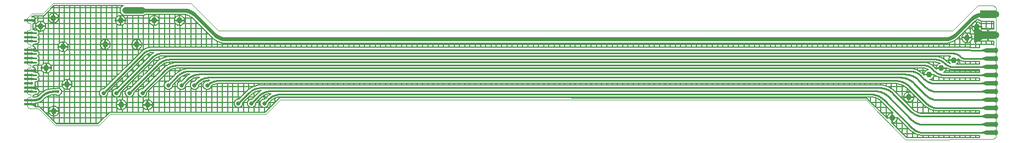
<source format=gbl>
G04 EAGLE Gerber X2 export*
%TF.Part,Single*%
%TF.FileFunction,Other,bottom copper*%
%TF.FilePolarity,Positive*%
%TF.GenerationSoftware,Autodesk,EAGLE,9.5.2*%
%TF.CreationDate,2020-03-15T17:58:39Z*%
G75*
%MOMM*%
%FSLAX34Y34*%
%LPD*%
%INbottom copper*%
%AMOC8*
5,1,8,0,0,1.08239X$1,22.5*%
G01*
%ADD10C,0.000000*%
%ADD11R,1.350000X0.450000*%
%ADD12R,1.600000X0.800000*%
%ADD13R,2.540000X1.270000*%
%ADD14C,0.454000*%
%ADD15C,0.254000*%
%ADD16C,0.935000*%
%ADD17C,1.020000*%
%ADD18C,0.203200*%
%ADD19C,0.304800*%
%ADD20C,0.127000*%
%ADD21C,0.680000*%
%ADD22C,0.850000*%
%ADD23C,0.152400*%
%ADD24C,0.406400*%
%ADD25C,0.609600*%
%ADD26C,1.016000*%

G36*
X1462315Y75870D02*
X1462315Y75870D01*
X1462432Y75870D01*
X1462515Y75887D01*
X1462600Y75894D01*
X1462712Y75927D01*
X1462827Y75951D01*
X1462920Y75988D01*
X1462986Y76007D01*
X1463046Y76039D01*
X1463134Y76074D01*
X1482104Y85559D01*
X1482133Y85577D01*
X1482163Y85590D01*
X1482302Y85684D01*
X1482445Y85774D01*
X1482469Y85797D01*
X1482496Y85816D01*
X1482615Y85936D01*
X1482736Y86052D01*
X1482755Y86079D01*
X1482779Y86103D01*
X1482871Y86244D01*
X1482967Y86382D01*
X1482981Y86412D01*
X1482999Y86440D01*
X1483061Y86596D01*
X1483129Y86751D01*
X1483136Y86783D01*
X1483148Y86814D01*
X1483178Y86979D01*
X1483214Y87144D01*
X1483214Y87177D01*
X1483220Y87210D01*
X1483218Y87378D01*
X1483220Y87547D01*
X1483214Y87579D01*
X1483213Y87613D01*
X1483177Y87777D01*
X1483147Y87942D01*
X1483134Y87973D01*
X1483127Y88006D01*
X1483059Y88160D01*
X1482997Y88316D01*
X1482978Y88344D01*
X1482965Y88374D01*
X1482868Y88512D01*
X1482776Y88653D01*
X1482752Y88676D01*
X1482733Y88704D01*
X1482611Y88819D01*
X1482493Y88939D01*
X1482466Y88958D01*
X1482441Y88981D01*
X1482163Y89162D01*
X1482159Y89164D01*
X1463193Y99438D01*
X1463018Y99511D01*
X1462841Y99587D01*
X1462831Y99589D01*
X1462822Y99593D01*
X1462636Y99631D01*
X1462447Y99671D01*
X1462437Y99671D01*
X1462427Y99673D01*
X1462236Y99673D01*
X1462044Y99675D01*
X1462035Y99673D01*
X1462025Y99673D01*
X1461837Y99635D01*
X1461649Y99599D01*
X1461640Y99595D01*
X1461630Y99593D01*
X1461455Y99520D01*
X1461276Y99447D01*
X1461268Y99441D01*
X1461259Y99438D01*
X1461101Y99331D01*
X1460941Y99224D01*
X1460934Y99217D01*
X1460926Y99212D01*
X1460791Y99075D01*
X1460656Y98940D01*
X1460650Y98932D01*
X1460643Y98925D01*
X1460538Y98763D01*
X1460432Y98605D01*
X1460429Y98596D01*
X1460423Y98588D01*
X1460352Y98408D01*
X1460280Y98232D01*
X1460278Y98223D01*
X1460274Y98214D01*
X1460240Y98025D01*
X1460203Y97837D01*
X1460203Y97826D01*
X1460202Y97818D01*
X1460203Y97762D01*
X1460200Y97505D01*
X1460621Y91679D01*
X1460196Y77954D01*
X1460204Y77837D01*
X1460202Y77720D01*
X1460217Y77637D01*
X1460223Y77552D01*
X1460254Y77439D01*
X1460275Y77325D01*
X1460307Y77246D01*
X1460329Y77164D01*
X1460382Y77059D01*
X1460425Y76951D01*
X1460472Y76880D01*
X1460510Y76804D01*
X1460582Y76712D01*
X1460646Y76614D01*
X1460706Y76554D01*
X1460758Y76487D01*
X1460847Y76411D01*
X1460929Y76328D01*
X1460999Y76280D01*
X1461064Y76225D01*
X1461166Y76168D01*
X1461263Y76103D01*
X1461341Y76070D01*
X1461415Y76029D01*
X1461527Y75993D01*
X1461634Y75948D01*
X1461718Y75931D01*
X1461799Y75905D01*
X1461915Y75892D01*
X1462029Y75869D01*
X1462114Y75869D01*
X1462199Y75860D01*
X1462315Y75870D01*
G37*
D10*
X0Y-23000D02*
X3000Y-26000D01*
X17000Y-26000D01*
X39750Y136500D02*
X252500Y136500D01*
X39750Y136500D02*
X23750Y120500D01*
X7000Y120500D01*
X0Y113500D01*
X0Y107500D01*
X0Y94000D02*
X0Y75000D01*
X1000Y74000D01*
X4000Y74000D01*
X5000Y73000D01*
X5000Y70000D02*
X4000Y69000D01*
X1000Y69000D01*
X0Y68000D01*
X5000Y70000D02*
X5000Y73000D01*
X0Y68000D02*
X0Y42500D01*
X1000Y41500D01*
X4000Y41500D01*
X5000Y40500D01*
X5000Y37500D02*
X4000Y36500D01*
X1000Y36500D01*
X0Y35500D01*
X5000Y37500D02*
X5000Y40500D01*
X0Y-10000D02*
X0Y-23000D01*
X0Y-3000D02*
X0Y35500D01*
X0Y-3000D02*
X1000Y-4000D01*
X4000Y-4000D02*
X5000Y-5000D01*
X4000Y-4000D02*
X1000Y-4000D01*
X5000Y-5000D02*
X5000Y-8000D01*
X4000Y-9000D01*
X1000Y-9000D01*
X0Y-10000D01*
X1000Y106500D02*
X0Y107500D01*
X1000Y106500D02*
X4000Y106500D01*
X5000Y105500D01*
X5000Y96000D01*
X4000Y95000D01*
X1000Y95000D01*
X0Y94000D01*
X252500Y136500D02*
X294500Y94500D01*
X1427610Y94500D01*
X1466610Y133500D01*
X1490010Y133500D01*
X1494000Y129500D01*
X1494000Y-70000D01*
X1490500Y-73500D01*
X1355000Y-74000D01*
X1293500Y-12500D01*
X390500Y-12000D01*
X368000Y-34500D01*
X128000Y-34500D01*
X110000Y-52500D01*
X43500Y-52500D01*
X17000Y-26000D01*
D11*
X2000Y91000D03*
X2000Y84500D03*
X2000Y78000D03*
X2000Y65000D03*
X2000Y58500D03*
X2000Y52000D03*
X2000Y45500D03*
X2000Y32500D03*
X2000Y26000D03*
X2000Y19500D03*
X2000Y6500D03*
X2000Y0D03*
X2000Y-19500D03*
X2000Y110500D03*
D12*
X1487190Y38110D03*
X1487190Y-63490D03*
X1487190Y-50790D03*
X1487190Y-38090D03*
X1487190Y-25390D03*
X1487190Y-12690D03*
X1487190Y10D03*
X1487190Y12710D03*
X1487190Y25410D03*
D13*
X1482110Y87640D03*
X1482110Y119390D03*
D12*
X1487190Y50810D03*
X1487190Y63510D03*
D11*
X2000Y-13000D03*
X2000Y13000D03*
D14*
X6500Y0D03*
X0Y0D03*
D15*
X2000Y0D02*
X13500Y0D01*
D14*
X0Y65000D03*
X6500Y65000D03*
X0Y110500D03*
X6500Y110500D03*
X0Y6500D03*
D16*
X40516Y-29888D03*
D14*
X0Y-19500D03*
X6500Y-19500D03*
X6500Y6500D03*
X6500Y32500D03*
X0Y32500D03*
D17*
X1494642Y87376D03*
X1481942Y87376D03*
D18*
X52286Y2190D02*
X52286Y-2190D01*
X52286Y2190D02*
X49190Y5286D01*
X44810Y5286D01*
X44064Y4540D01*
X36579Y4540D01*
X28965Y2500D01*
X28965Y2500D01*
X22137Y-1442D01*
X22137Y-1442D01*
X19350Y-4229D01*
X19350Y-4229D01*
X18021Y-5559D01*
X18021Y-5559D01*
X17790Y-5790D01*
X16408Y-6924D01*
X13122Y-8285D01*
X11343Y-8460D01*
X10725Y-8460D01*
X9999Y-7734D01*
X8710Y-7734D01*
X8690Y-7714D01*
X8016Y-7714D01*
X8016Y-5286D01*
X8690Y-5286D01*
X8710Y-5266D01*
X9999Y-5266D01*
X10979Y-4286D01*
X15275Y-4286D01*
X17786Y-1775D01*
X17786Y1775D01*
X15275Y4286D01*
X11766Y4286D01*
X11766Y5729D01*
X11786Y5804D01*
X11786Y6500D01*
X6500Y6500D01*
X6500Y6500D01*
X11786Y6500D01*
X11786Y7196D01*
X11766Y7271D01*
X11766Y9147D01*
X11691Y9426D01*
X11766Y9501D01*
X11766Y10790D01*
X11786Y10810D01*
X11786Y15190D01*
X11766Y15210D01*
X11766Y15214D01*
X15175Y15214D01*
X17686Y17725D01*
X17686Y21275D01*
X16261Y22700D01*
X17786Y24225D01*
X17786Y27775D01*
X15275Y30286D01*
X11766Y30286D01*
X11766Y31729D01*
X11786Y31804D01*
X11786Y32500D01*
X6500Y32500D01*
X6500Y32500D01*
X11786Y32500D01*
X11786Y33196D01*
X11766Y33271D01*
X11766Y35147D01*
X11560Y35914D01*
X11163Y36602D01*
X10602Y37163D01*
X9914Y37560D01*
X9147Y37766D01*
X8016Y37766D01*
X8016Y40214D01*
X8690Y40214D01*
X8710Y40234D01*
X9999Y40234D01*
X10979Y41214D01*
X15375Y41214D01*
X17886Y43725D01*
X17886Y47275D01*
X16311Y48850D01*
X17686Y50225D01*
X17686Y53775D01*
X16261Y55200D01*
X17786Y56725D01*
X17786Y60275D01*
X15275Y62786D01*
X11766Y62786D01*
X11766Y64229D01*
X11786Y64304D01*
X11786Y65000D01*
X6500Y65000D01*
X6500Y65000D01*
X11786Y65000D01*
X11786Y65696D01*
X11766Y65771D01*
X11766Y67647D01*
X11560Y68414D01*
X11163Y69102D01*
X10602Y69663D01*
X9914Y70060D01*
X9147Y70266D01*
X8016Y70266D01*
X8016Y72714D01*
X8690Y72714D01*
X8710Y72734D01*
X9999Y72734D01*
X10979Y73714D01*
X15275Y73714D01*
X17786Y76225D01*
X17786Y79775D01*
X16261Y81300D01*
X17686Y82725D01*
X17686Y86275D01*
X16211Y87750D01*
X17686Y89225D01*
X17686Y92775D01*
X15175Y95286D01*
X10979Y95286D01*
X9999Y96266D01*
X8710Y96266D01*
X8690Y96286D01*
X8016Y96286D01*
X8016Y105234D01*
X9999Y105234D01*
X11766Y107001D01*
X11766Y109729D01*
X11786Y109804D01*
X11786Y110500D01*
X11766Y110500D01*
X11766Y110500D01*
X11786Y110500D01*
X11786Y111196D01*
X11766Y111271D01*
X11766Y113999D01*
X9999Y115766D01*
X7271Y115766D01*
X7196Y115786D01*
X6551Y115786D01*
X8249Y117484D01*
X24999Y117484D01*
X26766Y119251D01*
X40999Y133484D01*
X148237Y133484D01*
X146594Y132803D01*
X144317Y130526D01*
X143084Y127550D01*
X143084Y124330D01*
X144317Y121354D01*
X146594Y119077D01*
X149570Y117844D01*
X178190Y117844D01*
X181166Y119077D01*
X181965Y119876D01*
X240559Y119876D01*
X243083Y119711D01*
X247959Y118404D01*
X252330Y115880D01*
X254232Y114213D01*
X285789Y82656D01*
X285789Y82656D01*
X286942Y81503D01*
X286942Y81503D01*
X286942Y81503D01*
X294116Y77360D01*
X294116Y77360D01*
X302119Y75216D01*
X1419071Y75216D01*
X1427074Y77360D01*
X1434248Y81503D01*
X1435401Y82656D01*
X1435401Y82656D01*
X1458632Y105887D01*
X1458632Y105887D01*
X1460408Y107663D01*
X1462310Y109330D01*
X1466459Y111726D01*
X1468161Y110024D01*
X1470981Y110024D01*
X1470981Y109806D01*
X1471948Y108839D01*
X1490984Y108839D01*
X1490984Y97006D01*
X1483126Y97006D01*
X1483126Y95415D01*
X1482741Y95492D01*
X1482426Y95492D01*
X1482426Y88656D01*
X1481458Y88656D01*
X1481458Y95492D01*
X1481143Y95492D01*
X1481094Y95482D01*
X1481094Y97006D01*
X1471280Y97006D01*
X1471761Y98169D01*
X1472057Y99654D01*
X1472057Y100053D01*
X1464725Y100053D01*
X1464725Y100771D01*
X1472057Y100771D01*
X1472057Y101170D01*
X1471761Y102655D01*
X1471182Y104055D01*
X1470340Y105315D01*
X1469269Y106386D01*
X1468009Y107228D01*
X1466609Y107807D01*
X1465124Y108103D01*
X1464725Y108103D01*
X1464725Y100771D01*
X1464007Y100771D01*
X1464007Y108103D01*
X1463608Y108103D01*
X1462123Y107807D01*
X1460723Y107228D01*
X1459463Y106386D01*
X1458392Y105315D01*
X1457550Y104055D01*
X1456971Y102655D01*
X1456675Y101170D01*
X1456675Y100771D01*
X1464007Y100771D01*
X1464007Y100053D01*
X1456675Y100053D01*
X1456675Y99654D01*
X1456971Y98169D01*
X1457550Y96769D01*
X1458392Y95509D01*
X1459463Y94438D01*
X1460723Y93596D01*
X1462123Y93017D01*
X1463608Y92721D01*
X1464007Y92721D01*
X1464007Y100053D01*
X1464725Y100053D01*
X1464725Y92721D01*
X1465124Y92721D01*
X1466394Y92974D01*
X1466394Y88656D01*
X1473922Y88656D01*
X1473826Y88175D01*
X1473826Y87860D01*
X1481094Y87860D01*
X1481094Y86892D01*
X1473826Y86892D01*
X1473826Y86624D01*
X1466394Y86624D01*
X1466394Y80893D01*
X1466600Y80126D01*
X1466997Y79438D01*
X1467558Y78877D01*
X1468246Y78480D01*
X1469013Y78274D01*
X1481094Y78274D01*
X1481094Y79270D01*
X1481143Y79260D01*
X1481458Y79260D01*
X1481458Y86624D01*
X1482426Y86624D01*
X1482426Y79260D01*
X1482741Y79260D01*
X1483126Y79337D01*
X1483126Y78274D01*
X1490984Y78274D01*
X1490984Y72671D01*
X1490884Y72771D01*
X1470178Y72771D01*
X1469211Y71804D01*
X1469211Y67872D01*
X1439034Y68745D01*
X1438983Y68796D01*
X1437270Y68796D01*
X1435557Y68846D01*
X1435505Y68796D01*
X188686Y68796D01*
X182879Y67240D01*
X182879Y67240D01*
X177673Y64234D01*
X177673Y64234D01*
X176802Y63364D01*
X176802Y63364D01*
X174395Y60957D01*
X174292Y60853D01*
X174292Y60853D01*
X117855Y4416D01*
X116224Y4416D01*
X113866Y3439D01*
X112061Y1634D01*
X111084Y-724D01*
X111084Y-3276D01*
X112061Y-5634D01*
X113866Y-7439D01*
X116224Y-8416D01*
X118776Y-8416D01*
X121134Y-7439D01*
X122939Y-5634D01*
X123916Y-3276D01*
X123916Y-1645D01*
X180353Y54792D01*
X180353Y54792D01*
X180457Y54895D01*
X181608Y56047D01*
X183011Y57277D01*
X186235Y59138D01*
X189831Y60102D01*
X191692Y60224D01*
X194527Y60224D01*
X192482Y59043D01*
X192482Y59043D01*
X191602Y58164D01*
X191602Y58164D01*
X137855Y4416D01*
X136224Y4416D01*
X133866Y3439D01*
X132061Y1634D01*
X131084Y-724D01*
X131084Y-3276D01*
X132061Y-5634D01*
X133866Y-7439D01*
X136224Y-8416D01*
X138776Y-8416D01*
X141134Y-7439D01*
X142939Y-5634D01*
X143916Y-3276D01*
X143916Y-1645D01*
X196408Y50847D01*
X197821Y52086D01*
X201068Y53961D01*
X204690Y54931D01*
X206565Y55054D01*
X1424275Y55054D01*
X1423895Y54800D01*
X1422824Y53729D01*
X1421982Y52469D01*
X1421403Y51069D01*
X1421107Y49584D01*
X1421107Y49185D01*
X1428439Y49185D01*
X1428439Y48467D01*
X1421107Y48467D01*
X1421107Y48068D01*
X1421403Y46583D01*
X1421982Y45183D01*
X1422824Y43923D01*
X1423144Y43604D01*
X1419605Y45647D01*
X1418058Y47003D01*
X1416838Y48223D01*
X1416803Y48259D01*
X1416775Y48286D01*
X1416775Y48286D01*
X1415753Y49308D01*
X1415753Y49308D01*
X1410175Y52529D01*
X1410175Y52529D01*
X1403953Y54196D01*
X216023Y54196D01*
X208473Y52173D01*
X208473Y52173D01*
X201703Y48265D01*
X201703Y48265D01*
X200195Y46756D01*
X200195Y46756D01*
X198265Y44826D01*
X197685Y44246D01*
X197685Y44246D01*
X157855Y4416D01*
X156224Y4416D01*
X153866Y3439D01*
X152061Y1634D01*
X151084Y-724D01*
X151084Y-3276D01*
X152061Y-5634D01*
X153866Y-7439D01*
X156224Y-8416D01*
X158776Y-8416D01*
X161134Y-7439D01*
X162939Y-5634D01*
X163916Y-3276D01*
X163916Y-1645D01*
X203746Y38185D01*
X203746Y38185D01*
X204327Y38766D01*
X205001Y39440D01*
X207078Y41261D01*
X211851Y44017D01*
X217175Y45443D01*
X219931Y45624D01*
X1400732Y45624D01*
X1402806Y45488D01*
X1406814Y44414D01*
X1407810Y43839D01*
X1407489Y43775D01*
X1406089Y43196D01*
X1404829Y42354D01*
X1403758Y41283D01*
X1402916Y40023D01*
X1402337Y38623D01*
X1402041Y37138D01*
X1402041Y36739D01*
X1409373Y36739D01*
X1409373Y36021D01*
X1402041Y36021D01*
X1402041Y35622D01*
X1402161Y35021D01*
X1401181Y35880D01*
X1396775Y40286D01*
X1396775Y40286D01*
X1395166Y41895D01*
X1395166Y41895D01*
X1387680Y44996D01*
X226823Y44996D01*
X219273Y42973D01*
X219273Y42973D01*
X212503Y39065D01*
X212503Y39065D01*
X210995Y37556D01*
X210995Y37556D01*
X177855Y4416D01*
X176224Y4416D01*
X173866Y3439D01*
X172061Y1634D01*
X171084Y-724D01*
X171084Y-3276D01*
X172061Y-5634D01*
X173866Y-7439D01*
X176224Y-8416D01*
X178776Y-8416D01*
X181134Y-7439D01*
X182939Y-5634D01*
X183916Y-3276D01*
X183916Y-1645D01*
X215801Y30240D01*
X217878Y32061D01*
X222651Y34817D01*
X227975Y36243D01*
X230731Y36424D01*
X1383629Y36424D01*
X1385930Y36197D01*
X1390182Y34436D01*
X1390474Y34197D01*
X1390464Y34197D01*
X1388979Y33901D01*
X1387579Y33322D01*
X1386319Y32480D01*
X1385248Y31409D01*
X1384406Y30149D01*
X1383827Y28749D01*
X1383531Y27264D01*
X1383531Y26865D01*
X1390863Y26865D01*
X1390863Y26147D01*
X1383531Y26147D01*
X1383531Y25748D01*
X1383585Y25476D01*
X1380205Y28856D01*
X1380205Y28856D01*
X1378697Y30365D01*
X1378697Y30365D01*
X1378697Y30365D01*
X1371927Y34273D01*
X1371927Y34273D01*
X1364377Y36296D01*
X246123Y36296D01*
X238573Y34273D01*
X238573Y34273D01*
X231803Y30365D01*
X230295Y28856D01*
X230295Y28856D01*
X217855Y16416D01*
X216224Y16416D01*
X213866Y15439D01*
X212061Y13634D01*
X211084Y11276D01*
X211084Y8724D01*
X212061Y6366D01*
X213866Y4561D01*
X216224Y3584D01*
X218776Y3584D01*
X221134Y4561D01*
X222939Y6366D01*
X223916Y8724D01*
X223916Y10355D01*
X235101Y21540D01*
X237178Y23361D01*
X237178Y23361D01*
X241951Y26117D01*
X247275Y27543D01*
X250031Y27724D01*
X250897Y27724D01*
X246793Y25355D01*
X245285Y23846D01*
X245285Y23846D01*
X237855Y16416D01*
X236224Y16416D01*
X233866Y15439D01*
X232061Y13634D01*
X231084Y11276D01*
X231084Y8724D01*
X232061Y6366D01*
X233866Y4561D01*
X236224Y3584D01*
X238776Y3584D01*
X241134Y4561D01*
X242939Y6366D01*
X243916Y8724D01*
X243916Y10355D01*
X250091Y16530D01*
X252168Y18351D01*
X252168Y18351D01*
X256941Y21107D01*
X262265Y22533D01*
X265021Y22714D01*
X265880Y22714D01*
X261793Y20355D01*
X260285Y18846D01*
X260285Y18846D01*
X257855Y16416D01*
X256224Y16416D01*
X253866Y15439D01*
X252061Y13634D01*
X251084Y11276D01*
X251084Y8724D01*
X252061Y6366D01*
X253866Y4561D01*
X256224Y3584D01*
X258776Y3584D01*
X261134Y4561D01*
X262939Y6366D01*
X263916Y8724D01*
X263916Y10355D01*
X265091Y11530D01*
X267168Y13351D01*
X271941Y16107D01*
X277265Y17533D01*
X280021Y17714D01*
X280660Y17714D01*
X278412Y16416D01*
X276224Y16416D01*
X273866Y15439D01*
X272061Y13634D01*
X271084Y11276D01*
X271084Y8724D01*
X272061Y6366D01*
X273866Y4561D01*
X276224Y3584D01*
X278776Y3584D01*
X281134Y4561D01*
X282939Y6366D01*
X283916Y8724D01*
X283916Y9502D01*
X286894Y11221D01*
X291839Y12546D01*
X294399Y12714D01*
X1339479Y12714D01*
X1342802Y12496D01*
X1349222Y10776D01*
X1354978Y7453D01*
X1357481Y5257D01*
X1382465Y-19726D01*
X1382482Y-19743D01*
X1384975Y-22236D01*
X1384975Y-22236D01*
X1386483Y-23745D01*
X1386483Y-23745D01*
X1393253Y-27653D01*
X1393253Y-27653D01*
X1400803Y-29676D01*
X1469211Y-29676D01*
X1469211Y-33804D01*
X1381411Y-33804D01*
X1378655Y-33623D01*
X1373331Y-32197D01*
X1368558Y-29441D01*
X1366481Y-27620D01*
X1365243Y-26382D01*
X1365226Y-26365D01*
X1337288Y1574D01*
X1337288Y1574D01*
X1335375Y3486D01*
X1335375Y3486D01*
X1327615Y7967D01*
X1327615Y7967D01*
X1318959Y10286D01*
X356113Y10286D01*
X348563Y8263D01*
X348563Y8263D01*
X341793Y4355D01*
X341793Y4355D01*
X340285Y2846D01*
X340285Y2846D01*
X337882Y443D01*
X337775Y336D01*
X337775Y336D01*
X325855Y-11584D01*
X324224Y-11584D01*
X321866Y-12561D01*
X320061Y-14366D01*
X319084Y-16724D01*
X319084Y-19276D01*
X320061Y-21634D01*
X321866Y-23439D01*
X324224Y-24416D01*
X326776Y-24416D01*
X329134Y-23439D01*
X330939Y-21634D01*
X331916Y-19276D01*
X331916Y-17645D01*
X343836Y-5725D01*
X343836Y-5725D01*
X343943Y-5618D01*
X345091Y-4470D01*
X347168Y-2649D01*
X351941Y107D01*
X357265Y1533D01*
X360021Y1714D01*
X360880Y1714D01*
X356793Y-645D01*
X356793Y-645D01*
X355285Y-2154D01*
X355285Y-2154D01*
X345855Y-11584D01*
X344224Y-11584D01*
X341866Y-12561D01*
X340061Y-14366D01*
X339084Y-16724D01*
X339084Y-19276D01*
X340061Y-21634D01*
X341866Y-23439D01*
X344224Y-24416D01*
X346776Y-24416D01*
X349134Y-23439D01*
X350939Y-21634D01*
X351916Y-19276D01*
X351916Y-17645D01*
X360091Y-9470D01*
X362168Y-7649D01*
X366941Y-4893D01*
X372265Y-3467D01*
X375021Y-3286D01*
X375880Y-3286D01*
X371793Y-5645D01*
X371793Y-5645D01*
X370285Y-7154D01*
X370285Y-7154D01*
X367882Y-9557D01*
X367775Y-9664D01*
X367775Y-9664D01*
X365855Y-11584D01*
X364224Y-11584D01*
X361866Y-12561D01*
X360061Y-14366D01*
X359084Y-16724D01*
X359084Y-19276D01*
X360061Y-21634D01*
X361866Y-23439D01*
X364224Y-24416D01*
X366776Y-24416D01*
X369134Y-23439D01*
X370939Y-21634D01*
X371916Y-19276D01*
X371916Y-17645D01*
X373836Y-15725D01*
X373836Y-15725D01*
X373943Y-15618D01*
X375091Y-14470D01*
X377168Y-12649D01*
X381941Y-9893D01*
X387265Y-8467D01*
X390021Y-8286D01*
X1300479Y-8286D01*
X1303802Y-8504D01*
X1310222Y-10224D01*
X1315978Y-13547D01*
X1318481Y-15743D01*
X1335472Y-32733D01*
X1334968Y-32633D01*
X1334569Y-32633D01*
X1334569Y-39965D01*
X1333851Y-39965D01*
X1333851Y-32633D01*
X1333452Y-32633D01*
X1331967Y-32929D01*
X1330567Y-33508D01*
X1329307Y-34350D01*
X1328236Y-35421D01*
X1327394Y-36681D01*
X1326815Y-38081D01*
X1326519Y-39566D01*
X1326519Y-39965D01*
X1333851Y-39965D01*
X1333851Y-40683D01*
X1326519Y-40683D01*
X1326519Y-41082D01*
X1326562Y-41297D01*
X1295648Y-10383D01*
X1294751Y-9485D01*
X1294750Y-9485D01*
X1294749Y-9484D01*
X1293510Y-9484D01*
X391750Y-8985D01*
X391749Y-8984D01*
X390493Y-8984D01*
X389252Y-8983D01*
X389252Y-8984D01*
X389251Y-8984D01*
X388382Y-9853D01*
X387485Y-10749D01*
X387485Y-10750D01*
X366751Y-31484D01*
X126751Y-31484D01*
X108751Y-49484D01*
X44749Y-49484D01*
X18249Y-22984D01*
X11520Y-22984D01*
X11560Y-22914D01*
X11766Y-22147D01*
X11766Y-20271D01*
X11786Y-20196D01*
X11786Y-19500D01*
X6500Y-19500D01*
X6500Y-19500D01*
X11786Y-19500D01*
X11786Y-18804D01*
X11766Y-18729D01*
X11766Y-17540D01*
X14963Y-17540D01*
X21651Y-14770D01*
X21651Y-14770D01*
X22881Y-13540D01*
X22881Y-13540D01*
X23298Y-13123D01*
X24210Y-12210D01*
X24210Y-12210D01*
X24441Y-11979D01*
X24441Y-11979D01*
X25771Y-10650D01*
X27822Y-8851D01*
X32538Y-6128D01*
X37798Y-4718D01*
X40521Y-4540D01*
X44064Y-4540D01*
X44810Y-5286D01*
X49190Y-5286D01*
X52286Y-2190D01*
X195877Y110471D02*
X195877Y117803D01*
X195877Y110471D02*
X195159Y110471D01*
X195159Y117803D01*
X194760Y117803D01*
X193275Y117507D01*
X191875Y116928D01*
X190615Y116086D01*
X189544Y115015D01*
X188702Y113755D01*
X188123Y112355D01*
X187827Y110870D01*
X187827Y110471D01*
X195159Y110471D01*
X195159Y109753D01*
X187827Y109753D01*
X187827Y109354D01*
X188123Y107869D01*
X188702Y106469D01*
X189544Y105209D01*
X190615Y104138D01*
X191875Y103296D01*
X193275Y102717D01*
X194760Y102421D01*
X195159Y102421D01*
X195159Y109753D01*
X195877Y109753D01*
X195877Y102421D01*
X196276Y102421D01*
X197761Y102717D01*
X199161Y103296D01*
X200421Y104138D01*
X201492Y105209D01*
X202334Y106469D01*
X202913Y107869D01*
X203209Y109354D01*
X203209Y109753D01*
X195877Y109753D01*
X195877Y110471D01*
X203209Y110471D01*
X203209Y110870D01*
X202913Y112355D01*
X202334Y113755D01*
X201492Y115015D01*
X200421Y116086D01*
X199161Y116928D01*
X197761Y117507D01*
X196276Y117803D01*
X195877Y117803D01*
X144911Y-12317D02*
X144911Y-19649D01*
X144193Y-19649D01*
X144193Y-12317D01*
X143794Y-12317D01*
X142309Y-12613D01*
X140909Y-13192D01*
X139649Y-14034D01*
X138578Y-15105D01*
X137736Y-16365D01*
X137157Y-17765D01*
X136861Y-19250D01*
X136861Y-19649D01*
X144193Y-19649D01*
X144193Y-20367D01*
X136861Y-20367D01*
X136861Y-20766D01*
X137157Y-22251D01*
X137736Y-23651D01*
X138578Y-24911D01*
X139649Y-25982D01*
X140909Y-26824D01*
X142309Y-27403D01*
X143794Y-27699D01*
X144193Y-27699D01*
X144193Y-20367D01*
X144911Y-20367D01*
X144911Y-27699D01*
X145310Y-27699D01*
X146795Y-27403D01*
X148195Y-26824D01*
X149455Y-25982D01*
X150526Y-24911D01*
X151368Y-23651D01*
X151947Y-22251D01*
X152243Y-20766D01*
X152243Y-20367D01*
X144911Y-20367D01*
X144911Y-19649D01*
X152243Y-19649D01*
X152243Y-19250D01*
X151947Y-17765D01*
X151368Y-16365D01*
X150526Y-15105D01*
X149455Y-14034D01*
X148195Y-13192D01*
X146795Y-12613D01*
X145310Y-12317D01*
X144911Y-12317D01*
X29503Y37247D02*
X29503Y44579D01*
X29503Y37247D02*
X28785Y37247D01*
X28785Y44579D01*
X28386Y44579D01*
X26901Y44283D01*
X25501Y43704D01*
X24241Y42862D01*
X23170Y41791D01*
X22328Y40531D01*
X21749Y39131D01*
X21453Y37646D01*
X21453Y37247D01*
X28785Y37247D01*
X28785Y36529D01*
X21453Y36529D01*
X21453Y36130D01*
X21749Y34645D01*
X22328Y33245D01*
X23170Y31985D01*
X24241Y30914D01*
X25501Y30072D01*
X26901Y29493D01*
X28386Y29197D01*
X28785Y29197D01*
X28785Y36529D01*
X29503Y36529D01*
X29503Y29197D01*
X29902Y29197D01*
X31387Y29493D01*
X32787Y30072D01*
X34047Y30914D01*
X35118Y31985D01*
X35960Y33245D01*
X36539Y34645D01*
X36835Y36130D01*
X36835Y36529D01*
X29503Y36529D01*
X29503Y37247D01*
X36835Y37247D01*
X36835Y37646D01*
X36539Y39131D01*
X35960Y40531D01*
X35118Y41791D01*
X34047Y42862D01*
X32787Y43704D01*
X31387Y44283D01*
X29902Y44579D01*
X29503Y44579D01*
X169041Y73315D02*
X169041Y80647D01*
X169041Y73315D02*
X168323Y73315D01*
X168323Y80647D01*
X167924Y80647D01*
X166439Y80351D01*
X165039Y79772D01*
X163779Y78930D01*
X162708Y77859D01*
X161866Y76599D01*
X161287Y75199D01*
X160991Y73714D01*
X160991Y73315D01*
X168323Y73315D01*
X168323Y72597D01*
X160991Y72597D01*
X160991Y72198D01*
X161287Y70713D01*
X161866Y69313D01*
X162708Y68053D01*
X163779Y66982D01*
X165039Y66140D01*
X166439Y65561D01*
X167924Y65265D01*
X168323Y65265D01*
X168323Y72597D01*
X169041Y72597D01*
X169041Y65265D01*
X169440Y65265D01*
X170925Y65561D01*
X172325Y66140D01*
X173585Y66982D01*
X174656Y68053D01*
X175498Y69313D01*
X176077Y70713D01*
X176373Y72198D01*
X176373Y72597D01*
X169041Y72597D01*
X169041Y73315D01*
X176373Y73315D01*
X176373Y73714D01*
X176077Y75199D01*
X175498Y76599D01*
X174656Y77859D01*
X173585Y78930D01*
X172325Y79772D01*
X170925Y80351D01*
X169440Y80647D01*
X169041Y80647D01*
X20621Y101763D02*
X20621Y109095D01*
X20621Y101763D02*
X19903Y101763D01*
X19903Y109095D01*
X19504Y109095D01*
X18019Y108799D01*
X16619Y108220D01*
X15359Y107378D01*
X14288Y106307D01*
X13446Y105047D01*
X12867Y103647D01*
X12571Y102162D01*
X12571Y101763D01*
X19903Y101763D01*
X19903Y101045D01*
X12571Y101045D01*
X12571Y100646D01*
X12867Y99161D01*
X13446Y97761D01*
X14288Y96501D01*
X15359Y95430D01*
X16619Y94588D01*
X18019Y94009D01*
X19504Y93713D01*
X19903Y93713D01*
X19903Y101045D01*
X20621Y101045D01*
X20621Y93713D01*
X21020Y93713D01*
X22505Y94009D01*
X23905Y94588D01*
X25165Y95430D01*
X26236Y96501D01*
X27078Y97761D01*
X27657Y99161D01*
X27953Y100646D01*
X27953Y101045D01*
X20621Y101045D01*
X20621Y101763D01*
X27953Y101763D01*
X27953Y102162D01*
X27657Y103647D01*
X27078Y105047D01*
X26236Y106307D01*
X25165Y107378D01*
X23905Y108220D01*
X22505Y108799D01*
X21020Y109095D01*
X20621Y109095D01*
X40875Y-22197D02*
X40875Y-29529D01*
X40157Y-29529D01*
X40157Y-22197D01*
X39758Y-22197D01*
X38273Y-22493D01*
X36873Y-23072D01*
X35613Y-23914D01*
X34542Y-24985D01*
X33700Y-26245D01*
X33121Y-27645D01*
X32825Y-29130D01*
X32825Y-29529D01*
X40157Y-29529D01*
X40157Y-30247D01*
X32825Y-30247D01*
X32825Y-30646D01*
X33121Y-32131D01*
X33700Y-33531D01*
X34542Y-34791D01*
X35613Y-35862D01*
X36873Y-36704D01*
X38273Y-37283D01*
X39758Y-37579D01*
X40157Y-37579D01*
X40157Y-30247D01*
X40875Y-30247D01*
X40875Y-37579D01*
X41274Y-37579D01*
X42759Y-37283D01*
X44159Y-36704D01*
X45419Y-35862D01*
X46490Y-34791D01*
X47332Y-33531D01*
X47911Y-32131D01*
X48207Y-30646D01*
X48207Y-30247D01*
X40875Y-30247D01*
X40875Y-29529D01*
X48207Y-29529D01*
X48207Y-29130D01*
X47911Y-27645D01*
X47332Y-26245D01*
X46490Y-24985D01*
X45419Y-23914D01*
X44159Y-23072D01*
X42759Y-22493D01*
X41274Y-22197D01*
X40875Y-22197D01*
X143877Y110471D02*
X143877Y117803D01*
X143877Y110471D02*
X143159Y110471D01*
X143159Y117803D01*
X142760Y117803D01*
X141275Y117507D01*
X139875Y116928D01*
X138615Y116086D01*
X137544Y115015D01*
X136702Y113755D01*
X136123Y112355D01*
X135827Y110870D01*
X135827Y110471D01*
X143159Y110471D01*
X143159Y109753D01*
X135827Y109753D01*
X135827Y109354D01*
X136123Y107869D01*
X136702Y106469D01*
X137544Y105209D01*
X138615Y104138D01*
X139875Y103296D01*
X141275Y102717D01*
X142760Y102421D01*
X143159Y102421D01*
X143159Y109753D01*
X143877Y109753D01*
X143877Y102421D01*
X144276Y102421D01*
X145761Y102717D01*
X147161Y103296D01*
X148421Y104138D01*
X149492Y105209D01*
X150334Y106469D01*
X150913Y107869D01*
X151209Y109354D01*
X151209Y109753D01*
X143877Y109753D01*
X143877Y110471D01*
X151209Y110471D01*
X151209Y110870D01*
X150913Y112355D01*
X150334Y113755D01*
X149492Y115015D01*
X148421Y116086D01*
X147161Y116928D01*
X145761Y117507D01*
X144276Y117803D01*
X143877Y117803D01*
X120273Y80901D02*
X120273Y73569D01*
X119555Y73569D01*
X119555Y80901D01*
X119156Y80901D01*
X117671Y80605D01*
X116271Y80026D01*
X115011Y79184D01*
X113940Y78113D01*
X113098Y76853D01*
X112519Y75453D01*
X112223Y73968D01*
X112223Y73569D01*
X119555Y73569D01*
X119555Y72851D01*
X112223Y72851D01*
X112223Y72452D01*
X112519Y70967D01*
X113098Y69567D01*
X113940Y68307D01*
X115011Y67236D01*
X116271Y66394D01*
X117671Y65815D01*
X119156Y65519D01*
X119555Y65519D01*
X119555Y72851D01*
X120273Y72851D01*
X120273Y65519D01*
X120672Y65519D01*
X122157Y65815D01*
X123557Y66394D01*
X124817Y67236D01*
X125888Y68307D01*
X126730Y69567D01*
X127309Y70967D01*
X127605Y72452D01*
X127605Y72851D01*
X120273Y72851D01*
X120273Y73569D01*
X127605Y73569D01*
X127605Y73968D01*
X127309Y75453D01*
X126730Y76853D01*
X125888Y78113D01*
X124817Y79184D01*
X123557Y80026D01*
X122157Y80605D01*
X120672Y80901D01*
X120273Y80901D01*
X55503Y77091D02*
X55503Y69759D01*
X54785Y69759D01*
X54785Y77091D01*
X54386Y77091D01*
X52901Y76795D01*
X51501Y76216D01*
X50241Y75374D01*
X49170Y74303D01*
X48328Y73043D01*
X47749Y71643D01*
X47453Y70158D01*
X47453Y69759D01*
X54785Y69759D01*
X54785Y69041D01*
X47453Y69041D01*
X47453Y68642D01*
X47749Y67157D01*
X48328Y65757D01*
X49170Y64497D01*
X50241Y63426D01*
X51501Y62584D01*
X52901Y62005D01*
X54386Y61709D01*
X54785Y61709D01*
X54785Y69041D01*
X55503Y69041D01*
X55503Y61709D01*
X55902Y61709D01*
X57387Y62005D01*
X58787Y62584D01*
X60047Y63426D01*
X61118Y64497D01*
X61960Y65757D01*
X62539Y67157D01*
X62835Y68642D01*
X62835Y69041D01*
X55503Y69041D01*
X55503Y69759D01*
X62835Y69759D01*
X62835Y70158D01*
X62539Y71643D01*
X61960Y73043D01*
X61118Y74303D01*
X60047Y75374D01*
X58787Y76216D01*
X57387Y76795D01*
X55902Y77091D01*
X55503Y77091D01*
X61503Y18941D02*
X61503Y11609D01*
X60785Y11609D01*
X60785Y18941D01*
X60386Y18941D01*
X58901Y18645D01*
X57501Y18066D01*
X56241Y17224D01*
X55170Y16153D01*
X54328Y14893D01*
X53749Y13493D01*
X53453Y12008D01*
X53453Y11609D01*
X60785Y11609D01*
X60785Y10891D01*
X53453Y10891D01*
X53453Y10492D01*
X53749Y9007D01*
X54328Y7607D01*
X55170Y6347D01*
X56241Y5276D01*
X57501Y4434D01*
X58901Y3855D01*
X60386Y3559D01*
X60785Y3559D01*
X60785Y10891D01*
X61503Y10891D01*
X61503Y3559D01*
X61902Y3559D01*
X63387Y3855D01*
X64787Y4434D01*
X66047Y5276D01*
X67118Y6347D01*
X67960Y7607D01*
X68539Y9007D01*
X68835Y10492D01*
X68835Y10891D01*
X61503Y10891D01*
X61503Y11609D01*
X68835Y11609D01*
X68835Y12008D01*
X68539Y13493D01*
X67960Y14893D01*
X67118Y16153D01*
X66047Y17224D01*
X64787Y18066D01*
X63387Y18645D01*
X61902Y18941D01*
X61503Y18941D01*
X185551Y-12571D02*
X185551Y-19903D01*
X184833Y-19903D01*
X184833Y-12571D01*
X184434Y-12571D01*
X182949Y-12867D01*
X181549Y-13446D01*
X180289Y-14288D01*
X179218Y-15359D01*
X178376Y-16619D01*
X177797Y-18019D01*
X177501Y-19504D01*
X177501Y-19903D01*
X184833Y-19903D01*
X184833Y-20621D01*
X177501Y-20621D01*
X177501Y-21020D01*
X177797Y-22505D01*
X178376Y-23905D01*
X179218Y-25165D01*
X180289Y-26236D01*
X181549Y-27078D01*
X182949Y-27657D01*
X184434Y-27953D01*
X184833Y-27953D01*
X184833Y-20621D01*
X185551Y-20621D01*
X185551Y-27953D01*
X185950Y-27953D01*
X187435Y-27657D01*
X188835Y-27078D01*
X190095Y-26236D01*
X191166Y-25165D01*
X192008Y-23905D01*
X192587Y-22505D01*
X192883Y-21020D01*
X192883Y-20621D01*
X185551Y-20621D01*
X185551Y-19903D01*
X192883Y-19903D01*
X192883Y-19504D01*
X192587Y-18019D01*
X192008Y-16619D01*
X191166Y-15359D01*
X190095Y-14288D01*
X188835Y-13446D01*
X187435Y-12867D01*
X185950Y-12571D01*
X185551Y-12571D01*
X1449969Y83761D02*
X1449969Y91093D01*
X1449969Y83761D02*
X1449251Y83761D01*
X1449251Y91093D01*
X1448852Y91093D01*
X1447367Y90797D01*
X1445967Y90218D01*
X1444707Y89376D01*
X1443636Y88305D01*
X1442794Y87045D01*
X1442215Y85645D01*
X1441919Y84160D01*
X1441919Y83761D01*
X1449251Y83761D01*
X1449251Y83043D01*
X1441919Y83043D01*
X1441919Y82644D01*
X1442215Y81159D01*
X1442794Y79759D01*
X1443636Y78499D01*
X1444707Y77428D01*
X1445967Y76586D01*
X1447367Y76007D01*
X1448852Y75711D01*
X1449251Y75711D01*
X1449251Y83043D01*
X1449969Y83043D01*
X1449969Y75711D01*
X1450368Y75711D01*
X1451853Y76007D01*
X1453253Y76586D01*
X1454513Y77428D01*
X1455584Y78499D01*
X1456426Y79759D01*
X1457005Y81159D01*
X1457301Y82644D01*
X1457301Y83043D01*
X1449969Y83043D01*
X1449969Y83761D01*
X1457301Y83761D01*
X1457301Y84160D01*
X1457005Y85645D01*
X1456426Y87045D01*
X1455584Y88305D01*
X1454513Y89376D01*
X1453253Y90218D01*
X1451853Y90797D01*
X1450368Y91093D01*
X1449969Y91093D01*
X1360069Y-633D02*
X1360069Y-7965D01*
X1359351Y-7965D01*
X1359351Y-633D01*
X1358952Y-633D01*
X1357467Y-929D01*
X1356067Y-1508D01*
X1354807Y-2350D01*
X1353736Y-3421D01*
X1352894Y-4681D01*
X1352315Y-6081D01*
X1352019Y-7566D01*
X1352019Y-7965D01*
X1359351Y-7965D01*
X1359351Y-8683D01*
X1352019Y-8683D01*
X1352019Y-9082D01*
X1352315Y-10567D01*
X1352894Y-11967D01*
X1353736Y-13227D01*
X1354807Y-14298D01*
X1356067Y-15140D01*
X1357467Y-15719D01*
X1358952Y-16015D01*
X1359351Y-16015D01*
X1359351Y-8683D01*
X1360069Y-8683D01*
X1360069Y-16015D01*
X1360468Y-16015D01*
X1361953Y-15719D01*
X1363353Y-15140D01*
X1364613Y-14298D01*
X1365684Y-13227D01*
X1366526Y-11967D01*
X1367105Y-10567D01*
X1367401Y-9082D01*
X1367401Y-8683D01*
X1360069Y-8683D01*
X1360069Y-7965D01*
X1367401Y-7965D01*
X1367401Y-7566D01*
X1367105Y-6081D01*
X1366526Y-4681D01*
X1365684Y-3421D01*
X1364613Y-2350D01*
X1363353Y-1508D01*
X1361953Y-929D01*
X1360468Y-633D01*
X1360069Y-633D01*
X40521Y114463D02*
X40521Y121795D01*
X40521Y114463D02*
X39803Y114463D01*
X39803Y121795D01*
X39404Y121795D01*
X37919Y121499D01*
X36519Y120920D01*
X35259Y120078D01*
X34188Y119007D01*
X33346Y117747D01*
X32767Y116347D01*
X32471Y114862D01*
X32471Y114463D01*
X39803Y114463D01*
X39803Y113745D01*
X32471Y113745D01*
X32471Y113346D01*
X32767Y111861D01*
X33346Y110461D01*
X34188Y109201D01*
X35259Y108130D01*
X36519Y107288D01*
X37919Y106709D01*
X39404Y106413D01*
X39803Y106413D01*
X39803Y113745D01*
X40521Y113745D01*
X40521Y106413D01*
X40920Y106413D01*
X42405Y106709D01*
X43805Y107288D01*
X45065Y108130D01*
X46136Y109201D01*
X46978Y110461D01*
X47557Y111861D01*
X47853Y113346D01*
X47853Y113745D01*
X40521Y113745D01*
X40521Y114463D01*
X47853Y114463D01*
X47853Y114862D01*
X47557Y116347D01*
X46978Y117747D01*
X46136Y119007D01*
X45065Y120078D01*
X43805Y120920D01*
X42405Y121499D01*
X40920Y121795D01*
X40521Y121795D01*
X234877Y117803D02*
X234877Y110471D01*
X234159Y110471D01*
X234159Y117803D01*
X233760Y117803D01*
X232275Y117507D01*
X230875Y116928D01*
X229615Y116086D01*
X228544Y115015D01*
X227702Y113755D01*
X227123Y112355D01*
X226827Y110870D01*
X226827Y110471D01*
X234159Y110471D01*
X234159Y109753D01*
X226827Y109753D01*
X226827Y109354D01*
X227123Y107869D01*
X227702Y106469D01*
X228544Y105209D01*
X229615Y104138D01*
X230875Y103296D01*
X232275Y102717D01*
X233760Y102421D01*
X234159Y102421D01*
X234159Y109753D01*
X234877Y109753D01*
X234877Y102421D01*
X235276Y102421D01*
X236761Y102717D01*
X238161Y103296D01*
X239421Y104138D01*
X240492Y105209D01*
X241334Y106469D01*
X241913Y107869D01*
X242209Y109354D01*
X242209Y109753D01*
X234877Y109753D01*
X234877Y110471D01*
X242209Y110471D01*
X242209Y110870D01*
X241913Y112355D01*
X241334Y113755D01*
X240492Y115015D01*
X239421Y116086D01*
X238161Y116928D01*
X236761Y117507D01*
X235276Y117803D01*
X234877Y117803D01*
X1445716Y46524D02*
X1469211Y46524D01*
X1469211Y42396D01*
X1433018Y42396D01*
X1433701Y42852D01*
X1434772Y43923D01*
X1435614Y45183D01*
X1436193Y46583D01*
X1436489Y48068D01*
X1436489Y48467D01*
X1429157Y48467D01*
X1429157Y49185D01*
X1436489Y49185D01*
X1436489Y49584D01*
X1436193Y51069D01*
X1436009Y51514D01*
X1436239Y51326D01*
X1437735Y49830D01*
X1437735Y49830D01*
X1438670Y48895D01*
X1438670Y48895D01*
X1444394Y46524D01*
X1445716Y46524D01*
X1469211Y-67776D02*
X1469211Y-70563D01*
X1356245Y-70979D01*
X1333237Y-47972D01*
X1333452Y-48015D01*
X1333851Y-48015D01*
X1333851Y-40683D01*
X1334569Y-40683D01*
X1334569Y-48015D01*
X1334968Y-48015D01*
X1336453Y-47719D01*
X1337853Y-47140D01*
X1339113Y-46298D01*
X1340184Y-45227D01*
X1341026Y-43967D01*
X1341605Y-42567D01*
X1341901Y-41082D01*
X1341901Y-40683D01*
X1334569Y-40683D01*
X1334569Y-39965D01*
X1341901Y-39965D01*
X1341901Y-39566D01*
X1341801Y-39062D01*
X1360565Y-57826D01*
X1360582Y-57843D01*
X1363075Y-60336D01*
X1363075Y-60336D01*
X1364583Y-61845D01*
X1364583Y-61845D01*
X1371353Y-65753D01*
X1371353Y-65753D01*
X1378903Y-67776D01*
X1384586Y-67776D01*
X1469211Y-67776D01*
X1469211Y29696D02*
X1416111Y29696D01*
X1413799Y29848D01*
X1414635Y30406D01*
X1415706Y31477D01*
X1416548Y32737D01*
X1417127Y34137D01*
X1417423Y35622D01*
X1417423Y36021D01*
X1410091Y36021D01*
X1410091Y36739D01*
X1417423Y36739D01*
X1417423Y36853D01*
X1419801Y35480D01*
X1419801Y35480D01*
X1425982Y33824D01*
X1469211Y33824D01*
X1469211Y29696D01*
X1469211Y16996D02*
X1400811Y16996D01*
X1398055Y17177D01*
X1392731Y18603D01*
X1392266Y18872D01*
X1393465Y19111D01*
X1394865Y19690D01*
X1396125Y20532D01*
X1397196Y21603D01*
X1398038Y22863D01*
X1398617Y24263D01*
X1398913Y25748D01*
X1398913Y26147D01*
X1391581Y26147D01*
X1391581Y26865D01*
X1398213Y26865D01*
X1404653Y23147D01*
X1404653Y23147D01*
X1412203Y21124D01*
X1469211Y21124D01*
X1469211Y16996D01*
X1483126Y86892D02*
X1490984Y86892D01*
X1483126Y86892D02*
X1483126Y87860D01*
X1490984Y87860D01*
X1490984Y86892D01*
X1370090Y-65024D02*
X1350289Y-65024D01*
X1342161Y-56896D02*
X1359635Y-56896D01*
X109467Y-48768D02*
X44033Y-48768D01*
X1334033Y-48768D02*
X1351507Y-48768D01*
X117595Y-40640D02*
X35905Y-40640D01*
X1325905Y-40640D02*
X1333851Y-40640D01*
X1334569Y-40640D02*
X1343379Y-40640D01*
X33278Y-32512D02*
X27777Y-32512D01*
X40157Y-32512D02*
X40875Y-32512D01*
X47754Y-32512D02*
X125723Y-32512D01*
X1317777Y-32512D02*
X1335251Y-32512D01*
X1374507Y-32512D02*
X1469211Y-32512D01*
X35143Y-24384D02*
X19649Y-24384D01*
X40157Y-24384D02*
X40875Y-24384D01*
X45889Y-24384D02*
X138226Y-24384D01*
X144193Y-24384D02*
X144911Y-24384D01*
X150878Y-24384D02*
X178696Y-24384D01*
X184833Y-24384D02*
X185551Y-24384D01*
X191688Y-24384D02*
X324147Y-24384D01*
X326853Y-24384D02*
X344147Y-24384D01*
X346853Y-24384D02*
X364147Y-24384D01*
X366853Y-24384D02*
X373851Y-24384D01*
X1309649Y-24384D02*
X1327123Y-24384D01*
X1363245Y-24384D02*
X1387591Y-24384D01*
X137809Y-16256D02*
X18062Y-16256D01*
X144193Y-16256D02*
X144911Y-16256D01*
X151295Y-16256D02*
X178619Y-16256D01*
X184833Y-16256D02*
X185551Y-16256D01*
X191765Y-16256D02*
X319278Y-16256D01*
X333305Y-16256D02*
X339278Y-16256D01*
X353305Y-16256D02*
X359278Y-16256D01*
X373305Y-16256D02*
X381979Y-16256D01*
X1301521Y-16256D02*
X1318995Y-16256D01*
X1355117Y-16256D02*
X1378995Y-16256D01*
X13500Y-8128D02*
X10393Y-8128D01*
X29074Y-8128D02*
X115529Y-8128D01*
X119471Y-8128D02*
X135529Y-8128D01*
X139471Y-8128D02*
X155529Y-8128D01*
X159471Y-8128D02*
X175529Y-8128D01*
X179471Y-8128D02*
X329311Y-8128D01*
X341433Y-8128D02*
X349311Y-8128D01*
X361622Y-8128D02*
X369311Y-8128D01*
X1346989Y-8128D02*
X1359351Y-8128D01*
X1360069Y-8128D02*
X1370867Y-8128D01*
X24635Y0D02*
X17786Y0D01*
X52286Y0D02*
X111384Y0D01*
X125561Y0D02*
X131384Y0D01*
X145561Y0D02*
X151384Y0D01*
X165561Y0D02*
X171384Y0D01*
X185561Y0D02*
X337439Y0D01*
X351756Y0D02*
X357911Y0D01*
X1338861Y0D02*
X1362739Y0D01*
X54112Y8128D02*
X11766Y8128D01*
X60785Y8128D02*
X61503Y8128D01*
X68175Y8128D02*
X121567Y8128D01*
X133689Y8128D02*
X141567Y8128D01*
X153689Y8128D02*
X161567Y8128D01*
X173689Y8128D02*
X181567Y8128D01*
X193689Y8128D02*
X211331Y8128D01*
X223669Y8128D02*
X231331Y8128D01*
X243669Y8128D02*
X251331Y8128D01*
X263669Y8128D02*
X271331Y8128D01*
X283669Y8128D02*
X348329Y8128D01*
X1327013Y8128D02*
X1353808Y8128D01*
X55273Y16256D02*
X16217Y16256D01*
X60785Y16256D02*
X61503Y16256D01*
X67015Y16256D02*
X129695Y16256D01*
X141817Y16256D02*
X149695Y16256D01*
X161817Y16256D02*
X169695Y16256D01*
X181817Y16256D02*
X189695Y16256D01*
X201817Y16256D02*
X215838Y16256D01*
X229817Y16256D02*
X235838Y16256D01*
X249817Y16256D02*
X255838Y16256D01*
X272498Y16256D02*
X275838Y16256D01*
X137823Y24384D02*
X17786Y24384D01*
X149945Y24384D02*
X157823Y24384D01*
X169945Y24384D02*
X177823Y24384D01*
X189945Y24384D02*
X197823Y24384D01*
X209945Y24384D02*
X225823Y24384D01*
X238950Y24384D02*
X245823Y24384D01*
X1398642Y24384D02*
X1402510Y24384D01*
X22818Y32512D02*
X11786Y32512D01*
X28785Y32512D02*
X29503Y32512D01*
X35470Y32512D02*
X145951Y32512D01*
X158073Y32512D02*
X165951Y32512D01*
X178073Y32512D02*
X185951Y32512D01*
X198073Y32512D02*
X205951Y32512D01*
X218659Y32512D02*
X235523Y32512D01*
X1374977Y32512D02*
X1386367Y32512D01*
X1416397Y32512D02*
X1469211Y32512D01*
X22401Y40640D02*
X10405Y40640D01*
X28785Y40640D02*
X29503Y40640D01*
X35887Y40640D02*
X154079Y40640D01*
X166201Y40640D02*
X174079Y40640D01*
X186201Y40640D02*
X194079Y40640D01*
X206370Y40640D02*
X215232Y40640D01*
X1396421Y40640D02*
X1403329Y40640D01*
X162207Y48768D02*
X16393Y48768D01*
X174329Y48768D02*
X182207Y48768D01*
X194329Y48768D02*
X202575Y48768D01*
X1416293Y48768D02*
X1428439Y48768D01*
X1429157Y48768D02*
X1438976Y48768D01*
X170335Y56896D02*
X17786Y56896D01*
X182576Y56896D02*
X190335Y56896D01*
X48818Y65024D02*
X11786Y65024D01*
X54785Y65024D02*
X55503Y65024D01*
X61470Y65024D02*
X179041Y65024D01*
X48401Y73152D02*
X10417Y73152D01*
X54785Y73152D02*
X55503Y73152D01*
X61887Y73152D02*
X119555Y73152D01*
X120273Y73152D02*
X168323Y73152D01*
X169041Y73152D02*
X1490984Y73152D01*
X287327Y81280D02*
X16281Y81280D01*
X1433863Y81280D02*
X1442190Y81280D01*
X1449251Y81280D02*
X1449969Y81280D01*
X1457030Y81280D02*
X1466394Y81280D01*
X1481458Y81280D02*
X1482426Y81280D01*
X279036Y89408D02*
X17686Y89408D01*
X1442154Y89408D02*
X1444755Y89408D01*
X1449251Y89408D02*
X1449969Y89408D01*
X1454465Y89408D02*
X1466394Y89408D01*
X1481458Y89408D02*
X1482426Y89408D01*
X13597Y97536D02*
X8016Y97536D01*
X19903Y97536D02*
X20621Y97536D01*
X26927Y97536D02*
X270908Y97536D01*
X1450282Y97536D02*
X1457233Y97536D01*
X1464007Y97536D02*
X1464725Y97536D01*
X1471499Y97536D02*
X1490984Y97536D01*
X13859Y105664D02*
X10429Y105664D01*
X19903Y105664D02*
X20621Y105664D01*
X26665Y105664D02*
X137240Y105664D01*
X143159Y105664D02*
X143877Y105664D01*
X149796Y105664D02*
X189240Y105664D01*
X195159Y105664D02*
X195877Y105664D01*
X201796Y105664D02*
X228240Y105664D01*
X234159Y105664D02*
X234877Y105664D01*
X240796Y105664D02*
X262780Y105664D01*
X1458410Y105664D02*
X1458741Y105664D01*
X1464007Y105664D02*
X1464725Y105664D01*
X1469991Y105664D02*
X1490984Y105664D01*
X39803Y113792D02*
X11766Y113792D01*
X40521Y113792D02*
X136727Y113792D01*
X143159Y113792D02*
X143877Y113792D01*
X150309Y113792D02*
X188727Y113792D01*
X195159Y113792D02*
X195877Y113792D01*
X202309Y113792D02*
X227727Y113792D01*
X234159Y113792D02*
X234877Y113792D01*
X241309Y113792D02*
X254652Y113792D01*
X144082Y121920D02*
X29435Y121920D01*
X37563Y130048D02*
X144119Y130048D01*
X8128Y-19500D02*
X8128Y-19500D01*
X8128Y-7714D02*
X8128Y-5286D01*
X8128Y6500D02*
X8128Y6500D01*
X8128Y32500D02*
X8128Y32500D01*
X8128Y37766D02*
X8128Y40214D01*
X8128Y65000D02*
X8128Y65000D01*
X8128Y70266D02*
X8128Y72714D01*
X8128Y96286D02*
X8128Y105234D01*
X8128Y115766D02*
X8128Y117363D01*
X16256Y-17004D02*
X16256Y-22984D01*
X16256Y-6987D02*
X16256Y-3305D01*
X16256Y3305D02*
X16256Y16295D01*
X16256Y29305D02*
X16256Y42095D01*
X16256Y61805D02*
X16256Y74695D01*
X16256Y87705D02*
X16256Y87795D01*
X16256Y94205D02*
X16256Y94831D01*
X16256Y101045D02*
X16256Y101763D01*
X16256Y107977D02*
X16256Y117484D01*
X24384Y-12036D02*
X24384Y-29119D01*
X24384Y-145D02*
X24384Y30819D01*
X24384Y36529D02*
X24384Y37247D01*
X24384Y42957D02*
X24384Y94908D01*
X24384Y101045D02*
X24384Y101763D01*
X24384Y107900D02*
X24384Y117484D01*
X32512Y-6143D02*
X32512Y-37247D01*
X32512Y3450D02*
X32512Y29958D01*
X32512Y36529D02*
X32512Y37247D01*
X32512Y43818D02*
X32512Y113140D01*
X32512Y113745D02*
X32512Y114463D01*
X32512Y115068D02*
X32512Y124997D01*
X40640Y-30247D02*
X40640Y-45375D01*
X40640Y-29529D02*
X40640Y-4540D01*
X40640Y4540D02*
X40640Y106413D01*
X40640Y113745D02*
X40640Y114463D01*
X40640Y121795D02*
X40640Y133125D01*
X48768Y-5286D02*
X48768Y-49484D01*
X48768Y5286D02*
X48768Y65099D01*
X48768Y69041D02*
X48768Y69759D01*
X48768Y73701D02*
X48768Y133484D01*
X56896Y4839D02*
X56896Y-49484D01*
X56896Y10891D02*
X56896Y11609D01*
X56896Y17661D02*
X56896Y61907D01*
X56896Y69041D02*
X56896Y69759D01*
X56896Y76893D02*
X56896Y133484D01*
X65024Y4593D02*
X65024Y-49484D01*
X65024Y10891D02*
X65024Y11609D01*
X65024Y17907D02*
X65024Y133484D01*
X73152Y133484D02*
X73152Y-49484D01*
X81280Y-49484D02*
X81280Y133484D01*
X89408Y133484D02*
X89408Y-49484D01*
X97536Y-49484D02*
X97536Y133484D01*
X105664Y133484D02*
X105664Y-49484D01*
X113792Y-44443D02*
X113792Y-7366D01*
X113792Y3366D02*
X113792Y68529D01*
X113792Y72851D02*
X113792Y73569D01*
X113792Y77891D02*
X113792Y133484D01*
X121920Y-6654D02*
X121920Y-36315D01*
X121920Y8481D02*
X121920Y65767D01*
X121920Y72851D02*
X121920Y73569D01*
X121920Y80653D02*
X121920Y133484D01*
X130048Y4487D02*
X130048Y-31484D01*
X130048Y16609D02*
X130048Y133484D01*
X138176Y-24309D02*
X138176Y-31484D01*
X138176Y-20367D02*
X138176Y-19649D01*
X138176Y-15707D02*
X138176Y-8416D01*
X138176Y4737D02*
X138176Y12615D01*
X138176Y24737D02*
X138176Y104577D01*
X138176Y109753D02*
X138176Y110471D01*
X138176Y115647D02*
X138176Y133484D01*
X146304Y-27501D02*
X146304Y-31484D01*
X146304Y-20367D02*
X146304Y-19649D01*
X146304Y-12515D02*
X146304Y743D01*
X146304Y12865D02*
X146304Y20743D01*
X146304Y32865D02*
X146304Y102941D01*
X146304Y109753D02*
X146304Y110471D01*
X146304Y117283D02*
X146304Y119367D01*
X146304Y132513D02*
X146304Y133484D01*
X154432Y-7674D02*
X154432Y-31484D01*
X154432Y3674D02*
X154432Y8871D01*
X154432Y20993D02*
X154432Y28871D01*
X154432Y40993D02*
X154432Y117844D01*
X162560Y-6014D02*
X162560Y-31484D01*
X162560Y9121D02*
X162560Y16999D01*
X162560Y29121D02*
X162560Y36999D01*
X162560Y49121D02*
X162560Y68275D01*
X162560Y72597D02*
X162560Y73315D01*
X162560Y77637D02*
X162560Y117844D01*
X170688Y5127D02*
X170688Y-31484D01*
X170688Y17249D02*
X170688Y25127D01*
X170688Y37249D02*
X170688Y45127D01*
X170688Y57249D02*
X170688Y65513D01*
X170688Y72597D02*
X170688Y73315D01*
X170688Y80399D02*
X170688Y117844D01*
X178816Y-24563D02*
X178816Y-31484D01*
X178816Y-20621D02*
X178816Y-19903D01*
X178816Y-15961D02*
X178816Y-8400D01*
X178816Y5377D02*
X178816Y13255D01*
X178816Y25377D02*
X178816Y33255D01*
X178816Y45377D02*
X178816Y53255D01*
X178816Y64894D02*
X178816Y118103D01*
X186944Y-27755D02*
X186944Y-31484D01*
X186944Y-20621D02*
X186944Y-19903D01*
X186944Y-12769D02*
X186944Y1383D01*
X186944Y13505D02*
X186944Y21383D01*
X186944Y33505D02*
X186944Y41383D01*
X186944Y53505D02*
X186944Y59328D01*
X186944Y68329D02*
X186944Y119876D01*
X195072Y9511D02*
X195072Y-31484D01*
X195072Y21633D02*
X195072Y29511D01*
X195072Y41633D02*
X195072Y49511D01*
X195072Y68796D02*
X195072Y102421D01*
X195072Y109753D02*
X195072Y110471D01*
X195072Y117803D02*
X195072Y119876D01*
X203200Y17639D02*
X203200Y-31484D01*
X203200Y29761D02*
X203200Y37639D01*
X203200Y49129D02*
X203200Y54532D01*
X203200Y68796D02*
X203200Y109309D01*
X203200Y109753D02*
X203200Y110471D01*
X203200Y110915D02*
X203200Y119876D01*
X211328Y8135D02*
X211328Y-31484D01*
X211328Y11865D02*
X211328Y25767D01*
X211328Y37889D02*
X211328Y43715D01*
X211328Y52938D02*
X211328Y55054D01*
X211328Y68796D02*
X211328Y119876D01*
X219456Y3866D02*
X219456Y-31484D01*
X219456Y18017D02*
X219456Y32972D01*
X219456Y43022D02*
X219456Y45593D01*
X219456Y54196D02*
X219456Y55054D01*
X219456Y68796D02*
X219456Y119876D01*
X227584Y14023D02*
X227584Y-31484D01*
X227584Y26145D02*
X227584Y36139D01*
X227584Y44996D02*
X227584Y45624D01*
X227584Y54196D02*
X227584Y55054D01*
X227584Y68796D02*
X227584Y106755D01*
X227584Y109753D02*
X227584Y110471D01*
X227584Y113469D02*
X227584Y119876D01*
X235712Y3796D02*
X235712Y-31484D01*
X235712Y16204D02*
X235712Y22076D01*
X235712Y32621D02*
X235712Y36424D01*
X235712Y44996D02*
X235712Y45624D01*
X235712Y54196D02*
X235712Y55054D01*
X235712Y68796D02*
X235712Y102508D01*
X235712Y109753D02*
X235712Y110471D01*
X235712Y117716D02*
X235712Y119876D01*
X243840Y8540D02*
X243840Y-31484D01*
X243840Y22401D02*
X243840Y26623D01*
X243840Y35684D02*
X243840Y36424D01*
X243840Y44996D02*
X243840Y45624D01*
X243840Y54196D02*
X243840Y55054D01*
X243840Y68796D02*
X243840Y119508D01*
X251968Y6590D02*
X251968Y-31484D01*
X251968Y13410D02*
X251968Y18176D01*
X251968Y36296D02*
X251968Y36424D01*
X251968Y44996D02*
X251968Y45624D01*
X251968Y54196D02*
X251968Y55054D01*
X251968Y68796D02*
X251968Y116089D01*
X260096Y4131D02*
X260096Y-31484D01*
X260096Y18657D02*
X260096Y21952D01*
X260096Y36296D02*
X260096Y36424D01*
X260096Y44996D02*
X260096Y45624D01*
X260096Y54196D02*
X260096Y55054D01*
X260096Y68796D02*
X260096Y108348D01*
X268224Y13961D02*
X268224Y-31484D01*
X268224Y36296D02*
X268224Y36424D01*
X268224Y44996D02*
X268224Y45624D01*
X268224Y54196D02*
X268224Y55054D01*
X268224Y68796D02*
X268224Y100220D01*
X276352Y3584D02*
X276352Y-31484D01*
X276352Y16416D02*
X276352Y17289D01*
X276352Y36296D02*
X276352Y36424D01*
X276352Y44996D02*
X276352Y45624D01*
X276352Y54196D02*
X276352Y55054D01*
X276352Y68796D02*
X276352Y92092D01*
X284480Y9827D02*
X284480Y-31484D01*
X284480Y36296D02*
X284480Y36424D01*
X284480Y44996D02*
X284480Y45624D01*
X284480Y54196D02*
X284480Y55054D01*
X284480Y68796D02*
X284480Y83964D01*
X292608Y12597D02*
X292608Y-31484D01*
X292608Y36296D02*
X292608Y36424D01*
X292608Y44996D02*
X292608Y45624D01*
X292608Y54196D02*
X292608Y55054D01*
X292608Y68796D02*
X292608Y78231D01*
X300736Y12714D02*
X300736Y-31484D01*
X300736Y36296D02*
X300736Y36424D01*
X300736Y44996D02*
X300736Y45624D01*
X300736Y54196D02*
X300736Y55054D01*
X300736Y68796D02*
X300736Y75587D01*
X308864Y12714D02*
X308864Y-31484D01*
X308864Y36296D02*
X308864Y36424D01*
X308864Y44996D02*
X308864Y45624D01*
X308864Y54196D02*
X308864Y55054D01*
X308864Y68796D02*
X308864Y75216D01*
X316992Y12714D02*
X316992Y-31484D01*
X316992Y36296D02*
X316992Y36424D01*
X316992Y44996D02*
X316992Y45624D01*
X316992Y54196D02*
X316992Y55054D01*
X316992Y68796D02*
X316992Y75216D01*
X325120Y-24416D02*
X325120Y-31484D01*
X325120Y-11584D02*
X325120Y12714D01*
X325120Y36296D02*
X325120Y36424D01*
X325120Y44996D02*
X325120Y45624D01*
X325120Y54196D02*
X325120Y55054D01*
X325120Y68796D02*
X325120Y75216D01*
X333248Y-16313D02*
X333248Y-31484D01*
X333248Y-4191D02*
X333248Y12714D01*
X333248Y36296D02*
X333248Y36424D01*
X333248Y44996D02*
X333248Y45624D01*
X333248Y54196D02*
X333248Y55054D01*
X333248Y68796D02*
X333248Y75216D01*
X341376Y-22950D02*
X341376Y-31484D01*
X341376Y-13050D02*
X341376Y-8185D01*
X341376Y3937D02*
X341376Y12714D01*
X341376Y36296D02*
X341376Y36424D01*
X341376Y44996D02*
X341376Y45624D01*
X341376Y54196D02*
X341376Y55054D01*
X341376Y68796D02*
X341376Y75216D01*
X349504Y-23070D02*
X349504Y-31484D01*
X349504Y-7935D02*
X349504Y-1300D01*
X349504Y8515D02*
X349504Y12714D01*
X349504Y36296D02*
X349504Y36424D01*
X349504Y44996D02*
X349504Y45624D01*
X349504Y54196D02*
X349504Y55054D01*
X349504Y68796D02*
X349504Y75216D01*
X357632Y-11929D02*
X357632Y-31484D01*
X357632Y-161D02*
X357632Y1557D01*
X357632Y10286D02*
X357632Y12714D01*
X357632Y36296D02*
X357632Y36424D01*
X357632Y44996D02*
X357632Y45624D01*
X357632Y54196D02*
X357632Y55054D01*
X357632Y68796D02*
X357632Y75216D01*
X365760Y-24416D02*
X365760Y-31484D01*
X365760Y-11584D02*
X365760Y-5575D01*
X365760Y10286D02*
X365760Y12714D01*
X365760Y36296D02*
X365760Y36424D01*
X365760Y44996D02*
X365760Y45624D01*
X365760Y54196D02*
X365760Y55054D01*
X365760Y68796D02*
X365760Y75216D01*
X373888Y-15673D02*
X373888Y-24347D01*
X373888Y-4436D02*
X373888Y-3360D01*
X373888Y10286D02*
X373888Y12714D01*
X373888Y36296D02*
X373888Y36424D01*
X373888Y44996D02*
X373888Y45624D01*
X373888Y54196D02*
X373888Y55054D01*
X373888Y68796D02*
X373888Y75216D01*
X382016Y-9873D02*
X382016Y-16219D01*
X382016Y10286D02*
X382016Y12714D01*
X382016Y36296D02*
X382016Y36424D01*
X382016Y44996D02*
X382016Y45624D01*
X382016Y54196D02*
X382016Y55054D01*
X382016Y68796D02*
X382016Y75216D01*
X390144Y-8286D02*
X390144Y-8984D01*
X390144Y10286D02*
X390144Y12714D01*
X390144Y36296D02*
X390144Y36424D01*
X390144Y44996D02*
X390144Y45624D01*
X390144Y54196D02*
X390144Y55054D01*
X390144Y68796D02*
X390144Y75216D01*
X398272Y-8286D02*
X398272Y-8988D01*
X398272Y10286D02*
X398272Y12714D01*
X398272Y36296D02*
X398272Y36424D01*
X398272Y44996D02*
X398272Y45624D01*
X398272Y54196D02*
X398272Y55054D01*
X398272Y68796D02*
X398272Y75216D01*
X406400Y-8286D02*
X406400Y-8993D01*
X406400Y10286D02*
X406400Y12714D01*
X406400Y36296D02*
X406400Y36424D01*
X406400Y44996D02*
X406400Y45624D01*
X406400Y54196D02*
X406400Y55054D01*
X406400Y68796D02*
X406400Y75216D01*
X414528Y-8286D02*
X414528Y-8997D01*
X414528Y10286D02*
X414528Y12714D01*
X414528Y36296D02*
X414528Y36424D01*
X414528Y44996D02*
X414528Y45624D01*
X414528Y54196D02*
X414528Y55054D01*
X414528Y68796D02*
X414528Y75216D01*
X422656Y-8286D02*
X422656Y-9002D01*
X422656Y10286D02*
X422656Y12714D01*
X422656Y36296D02*
X422656Y36424D01*
X422656Y44996D02*
X422656Y45624D01*
X422656Y54196D02*
X422656Y55054D01*
X422656Y68796D02*
X422656Y75216D01*
X430784Y-8286D02*
X430784Y-9006D01*
X430784Y10286D02*
X430784Y12714D01*
X430784Y36296D02*
X430784Y36424D01*
X430784Y44996D02*
X430784Y45624D01*
X430784Y54196D02*
X430784Y55054D01*
X430784Y68796D02*
X430784Y75216D01*
X438912Y-8286D02*
X438912Y-9011D01*
X438912Y10286D02*
X438912Y12714D01*
X438912Y36296D02*
X438912Y36424D01*
X438912Y44996D02*
X438912Y45624D01*
X438912Y54196D02*
X438912Y55054D01*
X438912Y68796D02*
X438912Y75216D01*
X447040Y-8286D02*
X447040Y-9015D01*
X447040Y10286D02*
X447040Y12714D01*
X447040Y36296D02*
X447040Y36424D01*
X447040Y44996D02*
X447040Y45624D01*
X447040Y54196D02*
X447040Y55054D01*
X447040Y68796D02*
X447040Y75216D01*
X455168Y-8286D02*
X455168Y-9020D01*
X455168Y10286D02*
X455168Y12714D01*
X455168Y36296D02*
X455168Y36424D01*
X455168Y44996D02*
X455168Y45624D01*
X455168Y54196D02*
X455168Y55054D01*
X455168Y68796D02*
X455168Y75216D01*
X463296Y-8286D02*
X463296Y-9024D01*
X463296Y10286D02*
X463296Y12714D01*
X463296Y36296D02*
X463296Y36424D01*
X463296Y44996D02*
X463296Y45624D01*
X463296Y54196D02*
X463296Y55054D01*
X463296Y68796D02*
X463296Y75216D01*
X471424Y-8286D02*
X471424Y-9029D01*
X471424Y10286D02*
X471424Y12714D01*
X471424Y36296D02*
X471424Y36424D01*
X471424Y44996D02*
X471424Y45624D01*
X471424Y54196D02*
X471424Y55054D01*
X471424Y68796D02*
X471424Y75216D01*
X479552Y-8286D02*
X479552Y-9033D01*
X479552Y10286D02*
X479552Y12714D01*
X479552Y36296D02*
X479552Y36424D01*
X479552Y44996D02*
X479552Y45624D01*
X479552Y54196D02*
X479552Y55054D01*
X479552Y68796D02*
X479552Y75216D01*
X487680Y-8286D02*
X487680Y-9038D01*
X487680Y10286D02*
X487680Y12714D01*
X487680Y36296D02*
X487680Y36424D01*
X487680Y44996D02*
X487680Y45624D01*
X487680Y54196D02*
X487680Y55054D01*
X487680Y68796D02*
X487680Y75216D01*
X495808Y-8286D02*
X495808Y-9042D01*
X495808Y10286D02*
X495808Y12714D01*
X495808Y36296D02*
X495808Y36424D01*
X495808Y44996D02*
X495808Y45624D01*
X495808Y54196D02*
X495808Y55054D01*
X495808Y68796D02*
X495808Y75216D01*
X503936Y-8286D02*
X503936Y-9047D01*
X503936Y10286D02*
X503936Y12714D01*
X503936Y36296D02*
X503936Y36424D01*
X503936Y44996D02*
X503936Y45624D01*
X503936Y54196D02*
X503936Y55054D01*
X503936Y68796D02*
X503936Y75216D01*
X512064Y-8286D02*
X512064Y-9051D01*
X512064Y10286D02*
X512064Y12714D01*
X512064Y36296D02*
X512064Y36424D01*
X512064Y44996D02*
X512064Y45624D01*
X512064Y54196D02*
X512064Y55054D01*
X512064Y68796D02*
X512064Y75216D01*
X520192Y-8286D02*
X520192Y-9056D01*
X520192Y10286D02*
X520192Y12714D01*
X520192Y36296D02*
X520192Y36424D01*
X520192Y44996D02*
X520192Y45624D01*
X520192Y54196D02*
X520192Y55054D01*
X520192Y68796D02*
X520192Y75216D01*
X528320Y-8286D02*
X528320Y-9060D01*
X528320Y10286D02*
X528320Y12714D01*
X528320Y36296D02*
X528320Y36424D01*
X528320Y44996D02*
X528320Y45624D01*
X528320Y54196D02*
X528320Y55054D01*
X528320Y68796D02*
X528320Y75216D01*
X536448Y-8286D02*
X536448Y-9065D01*
X536448Y10286D02*
X536448Y12714D01*
X536448Y36296D02*
X536448Y36424D01*
X536448Y44996D02*
X536448Y45624D01*
X536448Y54196D02*
X536448Y55054D01*
X536448Y68796D02*
X536448Y75216D01*
X544576Y-8286D02*
X544576Y-9069D01*
X544576Y10286D02*
X544576Y12714D01*
X544576Y36296D02*
X544576Y36424D01*
X544576Y44996D02*
X544576Y45624D01*
X544576Y54196D02*
X544576Y55054D01*
X544576Y68796D02*
X544576Y75216D01*
X552704Y-8286D02*
X552704Y-9074D01*
X552704Y10286D02*
X552704Y12714D01*
X552704Y36296D02*
X552704Y36424D01*
X552704Y44996D02*
X552704Y45624D01*
X552704Y54196D02*
X552704Y55054D01*
X552704Y68796D02*
X552704Y75216D01*
X560832Y-8286D02*
X560832Y-9078D01*
X560832Y10286D02*
X560832Y12714D01*
X560832Y36296D02*
X560832Y36424D01*
X560832Y44996D02*
X560832Y45624D01*
X560832Y54196D02*
X560832Y55054D01*
X560832Y68796D02*
X560832Y75216D01*
X568960Y-8286D02*
X568960Y-9083D01*
X568960Y10286D02*
X568960Y12714D01*
X568960Y36296D02*
X568960Y36424D01*
X568960Y44996D02*
X568960Y45624D01*
X568960Y54196D02*
X568960Y55054D01*
X568960Y68796D02*
X568960Y75216D01*
X577088Y-8286D02*
X577088Y-9087D01*
X577088Y10286D02*
X577088Y12714D01*
X577088Y36296D02*
X577088Y36424D01*
X577088Y44996D02*
X577088Y45624D01*
X577088Y54196D02*
X577088Y55054D01*
X577088Y68796D02*
X577088Y75216D01*
X585216Y-8286D02*
X585216Y-9092D01*
X585216Y10286D02*
X585216Y12714D01*
X585216Y36296D02*
X585216Y36424D01*
X585216Y44996D02*
X585216Y45624D01*
X585216Y54196D02*
X585216Y55054D01*
X585216Y68796D02*
X585216Y75216D01*
X593344Y-8286D02*
X593344Y-9096D01*
X593344Y10286D02*
X593344Y12714D01*
X593344Y36296D02*
X593344Y36424D01*
X593344Y44996D02*
X593344Y45624D01*
X593344Y54196D02*
X593344Y55054D01*
X593344Y68796D02*
X593344Y75216D01*
X601472Y-8286D02*
X601472Y-9101D01*
X601472Y10286D02*
X601472Y12714D01*
X601472Y36296D02*
X601472Y36424D01*
X601472Y44996D02*
X601472Y45624D01*
X601472Y54196D02*
X601472Y55054D01*
X601472Y68796D02*
X601472Y75216D01*
X609600Y-8286D02*
X609600Y-9105D01*
X609600Y10286D02*
X609600Y12714D01*
X609600Y36296D02*
X609600Y36424D01*
X609600Y44996D02*
X609600Y45624D01*
X609600Y54196D02*
X609600Y55054D01*
X609600Y68796D02*
X609600Y75216D01*
X617728Y-8286D02*
X617728Y-9110D01*
X617728Y10286D02*
X617728Y12714D01*
X617728Y36296D02*
X617728Y36424D01*
X617728Y44996D02*
X617728Y45624D01*
X617728Y54196D02*
X617728Y55054D01*
X617728Y68796D02*
X617728Y75216D01*
X625856Y-8286D02*
X625856Y-9114D01*
X625856Y10286D02*
X625856Y12714D01*
X625856Y36296D02*
X625856Y36424D01*
X625856Y44996D02*
X625856Y45624D01*
X625856Y54196D02*
X625856Y55054D01*
X625856Y68796D02*
X625856Y75216D01*
X633984Y-8286D02*
X633984Y-9119D01*
X633984Y10286D02*
X633984Y12714D01*
X633984Y36296D02*
X633984Y36424D01*
X633984Y44996D02*
X633984Y45624D01*
X633984Y54196D02*
X633984Y55054D01*
X633984Y68796D02*
X633984Y75216D01*
X642112Y-8286D02*
X642112Y-9123D01*
X642112Y10286D02*
X642112Y12714D01*
X642112Y36296D02*
X642112Y36424D01*
X642112Y44996D02*
X642112Y45624D01*
X642112Y54196D02*
X642112Y55054D01*
X642112Y68796D02*
X642112Y75216D01*
X650240Y-8286D02*
X650240Y-9128D01*
X650240Y10286D02*
X650240Y12714D01*
X650240Y36296D02*
X650240Y36424D01*
X650240Y44996D02*
X650240Y45624D01*
X650240Y54196D02*
X650240Y55054D01*
X650240Y68796D02*
X650240Y75216D01*
X658368Y-8286D02*
X658368Y-9132D01*
X658368Y10286D02*
X658368Y12714D01*
X658368Y36296D02*
X658368Y36424D01*
X658368Y44996D02*
X658368Y45624D01*
X658368Y54196D02*
X658368Y55054D01*
X658368Y68796D02*
X658368Y75216D01*
X666496Y-8286D02*
X666496Y-9137D01*
X666496Y10286D02*
X666496Y12714D01*
X666496Y36296D02*
X666496Y36424D01*
X666496Y44996D02*
X666496Y45624D01*
X666496Y54196D02*
X666496Y55054D01*
X666496Y68796D02*
X666496Y75216D01*
X674624Y-8286D02*
X674624Y-9141D01*
X674624Y10286D02*
X674624Y12714D01*
X674624Y36296D02*
X674624Y36424D01*
X674624Y44996D02*
X674624Y45624D01*
X674624Y54196D02*
X674624Y55054D01*
X674624Y68796D02*
X674624Y75216D01*
X682752Y-8286D02*
X682752Y-9146D01*
X682752Y10286D02*
X682752Y12714D01*
X682752Y36296D02*
X682752Y36424D01*
X682752Y44996D02*
X682752Y45624D01*
X682752Y54196D02*
X682752Y55054D01*
X682752Y68796D02*
X682752Y75216D01*
X690880Y-8286D02*
X690880Y-9150D01*
X690880Y10286D02*
X690880Y12714D01*
X690880Y36296D02*
X690880Y36424D01*
X690880Y44996D02*
X690880Y45624D01*
X690880Y54196D02*
X690880Y55054D01*
X690880Y68796D02*
X690880Y75216D01*
X699008Y-8286D02*
X699008Y-9155D01*
X699008Y10286D02*
X699008Y12714D01*
X699008Y36296D02*
X699008Y36424D01*
X699008Y44996D02*
X699008Y45624D01*
X699008Y54196D02*
X699008Y55054D01*
X699008Y68796D02*
X699008Y75216D01*
X707136Y-8286D02*
X707136Y-9159D01*
X707136Y10286D02*
X707136Y12714D01*
X707136Y36296D02*
X707136Y36424D01*
X707136Y44996D02*
X707136Y45624D01*
X707136Y54196D02*
X707136Y55054D01*
X707136Y68796D02*
X707136Y75216D01*
X715264Y-8286D02*
X715264Y-9164D01*
X715264Y10286D02*
X715264Y12714D01*
X715264Y36296D02*
X715264Y36424D01*
X715264Y44996D02*
X715264Y45624D01*
X715264Y54196D02*
X715264Y55054D01*
X715264Y68796D02*
X715264Y75216D01*
X723392Y-8286D02*
X723392Y-9168D01*
X723392Y10286D02*
X723392Y12714D01*
X723392Y36296D02*
X723392Y36424D01*
X723392Y44996D02*
X723392Y45624D01*
X723392Y54196D02*
X723392Y55054D01*
X723392Y68796D02*
X723392Y75216D01*
X731520Y-8286D02*
X731520Y-9173D01*
X731520Y10286D02*
X731520Y12714D01*
X731520Y36296D02*
X731520Y36424D01*
X731520Y44996D02*
X731520Y45624D01*
X731520Y54196D02*
X731520Y55054D01*
X731520Y68796D02*
X731520Y75216D01*
X739648Y-8286D02*
X739648Y-9177D01*
X739648Y10286D02*
X739648Y12714D01*
X739648Y36296D02*
X739648Y36424D01*
X739648Y44996D02*
X739648Y45624D01*
X739648Y54196D02*
X739648Y55054D01*
X739648Y68796D02*
X739648Y75216D01*
X747776Y-8286D02*
X747776Y-9182D01*
X747776Y10286D02*
X747776Y12714D01*
X747776Y36296D02*
X747776Y36424D01*
X747776Y44996D02*
X747776Y45624D01*
X747776Y54196D02*
X747776Y55054D01*
X747776Y68796D02*
X747776Y75216D01*
X755904Y-8286D02*
X755904Y-9186D01*
X755904Y10286D02*
X755904Y12714D01*
X755904Y36296D02*
X755904Y36424D01*
X755904Y44996D02*
X755904Y45624D01*
X755904Y54196D02*
X755904Y55054D01*
X755904Y68796D02*
X755904Y75216D01*
X764032Y-8286D02*
X764032Y-9191D01*
X764032Y10286D02*
X764032Y12714D01*
X764032Y36296D02*
X764032Y36424D01*
X764032Y44996D02*
X764032Y45624D01*
X764032Y54196D02*
X764032Y55054D01*
X764032Y68796D02*
X764032Y75216D01*
X772160Y-8286D02*
X772160Y-9195D01*
X772160Y10286D02*
X772160Y12714D01*
X772160Y36296D02*
X772160Y36424D01*
X772160Y44996D02*
X772160Y45624D01*
X772160Y54196D02*
X772160Y55054D01*
X772160Y68796D02*
X772160Y75216D01*
X780288Y-8286D02*
X780288Y-9200D01*
X780288Y10286D02*
X780288Y12714D01*
X780288Y36296D02*
X780288Y36424D01*
X780288Y44996D02*
X780288Y45624D01*
X780288Y54196D02*
X780288Y55054D01*
X780288Y68796D02*
X780288Y75216D01*
X788416Y-8286D02*
X788416Y-9204D01*
X788416Y10286D02*
X788416Y12714D01*
X788416Y36296D02*
X788416Y36424D01*
X788416Y44996D02*
X788416Y45624D01*
X788416Y54196D02*
X788416Y55054D01*
X788416Y68796D02*
X788416Y75216D01*
X796544Y-8286D02*
X796544Y-9209D01*
X796544Y10286D02*
X796544Y12714D01*
X796544Y36296D02*
X796544Y36424D01*
X796544Y44996D02*
X796544Y45624D01*
X796544Y54196D02*
X796544Y55054D01*
X796544Y68796D02*
X796544Y75216D01*
X804672Y-8286D02*
X804672Y-9213D01*
X804672Y10286D02*
X804672Y12714D01*
X804672Y36296D02*
X804672Y36424D01*
X804672Y44996D02*
X804672Y45624D01*
X804672Y54196D02*
X804672Y55054D01*
X804672Y68796D02*
X804672Y75216D01*
X812800Y-8286D02*
X812800Y-9218D01*
X812800Y10286D02*
X812800Y12714D01*
X812800Y36296D02*
X812800Y36424D01*
X812800Y44996D02*
X812800Y45624D01*
X812800Y54196D02*
X812800Y55054D01*
X812800Y68796D02*
X812800Y75216D01*
X820928Y-8286D02*
X820928Y-9222D01*
X820928Y10286D02*
X820928Y12714D01*
X820928Y36296D02*
X820928Y36424D01*
X820928Y44996D02*
X820928Y45624D01*
X820928Y54196D02*
X820928Y55054D01*
X820928Y68796D02*
X820928Y75216D01*
X829056Y-8286D02*
X829056Y-9227D01*
X829056Y10286D02*
X829056Y12714D01*
X829056Y36296D02*
X829056Y36424D01*
X829056Y44996D02*
X829056Y45624D01*
X829056Y54196D02*
X829056Y55054D01*
X829056Y68796D02*
X829056Y75216D01*
X837184Y-8286D02*
X837184Y-9231D01*
X837184Y10286D02*
X837184Y12714D01*
X837184Y36296D02*
X837184Y36424D01*
X837184Y44996D02*
X837184Y45624D01*
X837184Y54196D02*
X837184Y55054D01*
X837184Y68796D02*
X837184Y75216D01*
X845312Y-8286D02*
X845312Y-9236D01*
X845312Y10286D02*
X845312Y12714D01*
X845312Y36296D02*
X845312Y36424D01*
X845312Y44996D02*
X845312Y45624D01*
X845312Y54196D02*
X845312Y55054D01*
X845312Y68796D02*
X845312Y75216D01*
X853440Y-8286D02*
X853440Y-9240D01*
X853440Y10286D02*
X853440Y12714D01*
X853440Y36296D02*
X853440Y36424D01*
X853440Y44996D02*
X853440Y45624D01*
X853440Y54196D02*
X853440Y55054D01*
X853440Y68796D02*
X853440Y75216D01*
X861568Y-8286D02*
X861568Y-9245D01*
X861568Y10286D02*
X861568Y12714D01*
X861568Y36296D02*
X861568Y36424D01*
X861568Y44996D02*
X861568Y45624D01*
X861568Y54196D02*
X861568Y55054D01*
X861568Y68796D02*
X861568Y75216D01*
X869696Y-8286D02*
X869696Y-9249D01*
X869696Y10286D02*
X869696Y12714D01*
X869696Y36296D02*
X869696Y36424D01*
X869696Y44996D02*
X869696Y45624D01*
X869696Y54196D02*
X869696Y55054D01*
X869696Y68796D02*
X869696Y75216D01*
X877824Y-8286D02*
X877824Y-9254D01*
X877824Y10286D02*
X877824Y12714D01*
X877824Y36296D02*
X877824Y36424D01*
X877824Y44996D02*
X877824Y45624D01*
X877824Y54196D02*
X877824Y55054D01*
X877824Y68796D02*
X877824Y75216D01*
X885952Y-8286D02*
X885952Y-9258D01*
X885952Y10286D02*
X885952Y12714D01*
X885952Y36296D02*
X885952Y36424D01*
X885952Y44996D02*
X885952Y45624D01*
X885952Y54196D02*
X885952Y55054D01*
X885952Y68796D02*
X885952Y75216D01*
X894080Y-8286D02*
X894080Y-9263D01*
X894080Y10286D02*
X894080Y12714D01*
X894080Y36296D02*
X894080Y36424D01*
X894080Y44996D02*
X894080Y45624D01*
X894080Y54196D02*
X894080Y55054D01*
X894080Y68796D02*
X894080Y75216D01*
X902208Y-8286D02*
X902208Y-9267D01*
X902208Y10286D02*
X902208Y12714D01*
X902208Y36296D02*
X902208Y36424D01*
X902208Y44996D02*
X902208Y45624D01*
X902208Y54196D02*
X902208Y55054D01*
X902208Y68796D02*
X902208Y75216D01*
X910336Y-8286D02*
X910336Y-9272D01*
X910336Y10286D02*
X910336Y12714D01*
X910336Y36296D02*
X910336Y36424D01*
X910336Y44996D02*
X910336Y45624D01*
X910336Y54196D02*
X910336Y55054D01*
X910336Y68796D02*
X910336Y75216D01*
X918464Y-8286D02*
X918464Y-9276D01*
X918464Y10286D02*
X918464Y12714D01*
X918464Y36296D02*
X918464Y36424D01*
X918464Y44996D02*
X918464Y45624D01*
X918464Y54196D02*
X918464Y55054D01*
X918464Y68796D02*
X918464Y75216D01*
X926592Y-8286D02*
X926592Y-9281D01*
X926592Y10286D02*
X926592Y12714D01*
X926592Y36296D02*
X926592Y36424D01*
X926592Y44996D02*
X926592Y45624D01*
X926592Y54196D02*
X926592Y55054D01*
X926592Y68796D02*
X926592Y75216D01*
X934720Y-8286D02*
X934720Y-9285D01*
X934720Y10286D02*
X934720Y12714D01*
X934720Y36296D02*
X934720Y36424D01*
X934720Y44996D02*
X934720Y45624D01*
X934720Y54196D02*
X934720Y55054D01*
X934720Y68796D02*
X934720Y75216D01*
X942848Y-8286D02*
X942848Y-9290D01*
X942848Y10286D02*
X942848Y12714D01*
X942848Y36296D02*
X942848Y36424D01*
X942848Y44996D02*
X942848Y45624D01*
X942848Y54196D02*
X942848Y55054D01*
X942848Y68796D02*
X942848Y75216D01*
X950976Y-8286D02*
X950976Y-9294D01*
X950976Y10286D02*
X950976Y12714D01*
X950976Y36296D02*
X950976Y36424D01*
X950976Y44996D02*
X950976Y45624D01*
X950976Y54196D02*
X950976Y55054D01*
X950976Y68796D02*
X950976Y75216D01*
X959104Y-8286D02*
X959104Y-9299D01*
X959104Y10286D02*
X959104Y12714D01*
X959104Y36296D02*
X959104Y36424D01*
X959104Y44996D02*
X959104Y45624D01*
X959104Y54196D02*
X959104Y55054D01*
X959104Y68796D02*
X959104Y75216D01*
X967232Y-8286D02*
X967232Y-9303D01*
X967232Y10286D02*
X967232Y12714D01*
X967232Y36296D02*
X967232Y36424D01*
X967232Y44996D02*
X967232Y45624D01*
X967232Y54196D02*
X967232Y55054D01*
X967232Y68796D02*
X967232Y75216D01*
X975360Y-8286D02*
X975360Y-9308D01*
X975360Y10286D02*
X975360Y12714D01*
X975360Y36296D02*
X975360Y36424D01*
X975360Y44996D02*
X975360Y45624D01*
X975360Y54196D02*
X975360Y55054D01*
X975360Y68796D02*
X975360Y75216D01*
X983488Y-8286D02*
X983488Y-9312D01*
X983488Y10286D02*
X983488Y12714D01*
X983488Y36296D02*
X983488Y36424D01*
X983488Y44996D02*
X983488Y45624D01*
X983488Y54196D02*
X983488Y55054D01*
X983488Y68796D02*
X983488Y75216D01*
X991616Y-8286D02*
X991616Y-9317D01*
X991616Y10286D02*
X991616Y12714D01*
X991616Y36296D02*
X991616Y36424D01*
X991616Y44996D02*
X991616Y45624D01*
X991616Y54196D02*
X991616Y55054D01*
X991616Y68796D02*
X991616Y75216D01*
X999744Y-8286D02*
X999744Y-9321D01*
X999744Y10286D02*
X999744Y12714D01*
X999744Y36296D02*
X999744Y36424D01*
X999744Y44996D02*
X999744Y45624D01*
X999744Y54196D02*
X999744Y55054D01*
X999744Y68796D02*
X999744Y75216D01*
X1007872Y-8286D02*
X1007872Y-9326D01*
X1007872Y10286D02*
X1007872Y12714D01*
X1007872Y36296D02*
X1007872Y36424D01*
X1007872Y44996D02*
X1007872Y45624D01*
X1007872Y54196D02*
X1007872Y55054D01*
X1007872Y68796D02*
X1007872Y75216D01*
X1016000Y-8286D02*
X1016000Y-9330D01*
X1016000Y10286D02*
X1016000Y12714D01*
X1016000Y36296D02*
X1016000Y36424D01*
X1016000Y44996D02*
X1016000Y45624D01*
X1016000Y54196D02*
X1016000Y55054D01*
X1016000Y68796D02*
X1016000Y75216D01*
X1024128Y-8286D02*
X1024128Y-9335D01*
X1024128Y10286D02*
X1024128Y12714D01*
X1024128Y36296D02*
X1024128Y36424D01*
X1024128Y44996D02*
X1024128Y45624D01*
X1024128Y54196D02*
X1024128Y55054D01*
X1024128Y68796D02*
X1024128Y75216D01*
X1032256Y-8286D02*
X1032256Y-9339D01*
X1032256Y10286D02*
X1032256Y12714D01*
X1032256Y36296D02*
X1032256Y36424D01*
X1032256Y44996D02*
X1032256Y45624D01*
X1032256Y54196D02*
X1032256Y55054D01*
X1032256Y68796D02*
X1032256Y75216D01*
X1040384Y-8286D02*
X1040384Y-9344D01*
X1040384Y10286D02*
X1040384Y12714D01*
X1040384Y36296D02*
X1040384Y36424D01*
X1040384Y44996D02*
X1040384Y45624D01*
X1040384Y54196D02*
X1040384Y55054D01*
X1040384Y68796D02*
X1040384Y75216D01*
X1048512Y-8286D02*
X1048512Y-9348D01*
X1048512Y10286D02*
X1048512Y12714D01*
X1048512Y36296D02*
X1048512Y36424D01*
X1048512Y44996D02*
X1048512Y45624D01*
X1048512Y54196D02*
X1048512Y55054D01*
X1048512Y68796D02*
X1048512Y75216D01*
X1056640Y-8286D02*
X1056640Y-9353D01*
X1056640Y10286D02*
X1056640Y12714D01*
X1056640Y36296D02*
X1056640Y36424D01*
X1056640Y44996D02*
X1056640Y45624D01*
X1056640Y54196D02*
X1056640Y55054D01*
X1056640Y68796D02*
X1056640Y75216D01*
X1064768Y-8286D02*
X1064768Y-9357D01*
X1064768Y10286D02*
X1064768Y12714D01*
X1064768Y36296D02*
X1064768Y36424D01*
X1064768Y44996D02*
X1064768Y45624D01*
X1064768Y54196D02*
X1064768Y55054D01*
X1064768Y68796D02*
X1064768Y75216D01*
X1072896Y-8286D02*
X1072896Y-9362D01*
X1072896Y10286D02*
X1072896Y12714D01*
X1072896Y36296D02*
X1072896Y36424D01*
X1072896Y44996D02*
X1072896Y45624D01*
X1072896Y54196D02*
X1072896Y55054D01*
X1072896Y68796D02*
X1072896Y75216D01*
X1081024Y-8286D02*
X1081024Y-9366D01*
X1081024Y10286D02*
X1081024Y12714D01*
X1081024Y36296D02*
X1081024Y36424D01*
X1081024Y44996D02*
X1081024Y45624D01*
X1081024Y54196D02*
X1081024Y55054D01*
X1081024Y68796D02*
X1081024Y75216D01*
X1089152Y-8286D02*
X1089152Y-9371D01*
X1089152Y10286D02*
X1089152Y12714D01*
X1089152Y36296D02*
X1089152Y36424D01*
X1089152Y44996D02*
X1089152Y45624D01*
X1089152Y54196D02*
X1089152Y55054D01*
X1089152Y68796D02*
X1089152Y75216D01*
X1097280Y-8286D02*
X1097280Y-9375D01*
X1097280Y10286D02*
X1097280Y12714D01*
X1097280Y36296D02*
X1097280Y36424D01*
X1097280Y44996D02*
X1097280Y45624D01*
X1097280Y54196D02*
X1097280Y55054D01*
X1097280Y68796D02*
X1097280Y75216D01*
X1105408Y-8286D02*
X1105408Y-9380D01*
X1105408Y10286D02*
X1105408Y12714D01*
X1105408Y36296D02*
X1105408Y36424D01*
X1105408Y44996D02*
X1105408Y45624D01*
X1105408Y54196D02*
X1105408Y55054D01*
X1105408Y68796D02*
X1105408Y75216D01*
X1113536Y-8286D02*
X1113536Y-9384D01*
X1113536Y10286D02*
X1113536Y12714D01*
X1113536Y36296D02*
X1113536Y36424D01*
X1113536Y44996D02*
X1113536Y45624D01*
X1113536Y54196D02*
X1113536Y55054D01*
X1113536Y68796D02*
X1113536Y75216D01*
X1121664Y-8286D02*
X1121664Y-9389D01*
X1121664Y10286D02*
X1121664Y12714D01*
X1121664Y36296D02*
X1121664Y36424D01*
X1121664Y44996D02*
X1121664Y45624D01*
X1121664Y54196D02*
X1121664Y55054D01*
X1121664Y68796D02*
X1121664Y75216D01*
X1129792Y-8286D02*
X1129792Y-9393D01*
X1129792Y10286D02*
X1129792Y12714D01*
X1129792Y36296D02*
X1129792Y36424D01*
X1129792Y44996D02*
X1129792Y45624D01*
X1129792Y54196D02*
X1129792Y55054D01*
X1129792Y68796D02*
X1129792Y75216D01*
X1137920Y-8286D02*
X1137920Y-9398D01*
X1137920Y10286D02*
X1137920Y12714D01*
X1137920Y36296D02*
X1137920Y36424D01*
X1137920Y44996D02*
X1137920Y45624D01*
X1137920Y54196D02*
X1137920Y55054D01*
X1137920Y68796D02*
X1137920Y75216D01*
X1146048Y-8286D02*
X1146048Y-9402D01*
X1146048Y10286D02*
X1146048Y12714D01*
X1146048Y36296D02*
X1146048Y36424D01*
X1146048Y44996D02*
X1146048Y45624D01*
X1146048Y54196D02*
X1146048Y55054D01*
X1146048Y68796D02*
X1146048Y75216D01*
X1154176Y-8286D02*
X1154176Y-9407D01*
X1154176Y10286D02*
X1154176Y12714D01*
X1154176Y36296D02*
X1154176Y36424D01*
X1154176Y44996D02*
X1154176Y45624D01*
X1154176Y54196D02*
X1154176Y55054D01*
X1154176Y68796D02*
X1154176Y75216D01*
X1162304Y-8286D02*
X1162304Y-9411D01*
X1162304Y10286D02*
X1162304Y12714D01*
X1162304Y36296D02*
X1162304Y36424D01*
X1162304Y44996D02*
X1162304Y45624D01*
X1162304Y54196D02*
X1162304Y55054D01*
X1162304Y68796D02*
X1162304Y75216D01*
X1170432Y-8286D02*
X1170432Y-9416D01*
X1170432Y10286D02*
X1170432Y12714D01*
X1170432Y36296D02*
X1170432Y36424D01*
X1170432Y44996D02*
X1170432Y45624D01*
X1170432Y54196D02*
X1170432Y55054D01*
X1170432Y68796D02*
X1170432Y75216D01*
X1178560Y-8286D02*
X1178560Y-9420D01*
X1178560Y10286D02*
X1178560Y12714D01*
X1178560Y36296D02*
X1178560Y36424D01*
X1178560Y44996D02*
X1178560Y45624D01*
X1178560Y54196D02*
X1178560Y55054D01*
X1178560Y68796D02*
X1178560Y75216D01*
X1186688Y-8286D02*
X1186688Y-9425D01*
X1186688Y10286D02*
X1186688Y12714D01*
X1186688Y36296D02*
X1186688Y36424D01*
X1186688Y44996D02*
X1186688Y45624D01*
X1186688Y54196D02*
X1186688Y55054D01*
X1186688Y68796D02*
X1186688Y75216D01*
X1194816Y-8286D02*
X1194816Y-9429D01*
X1194816Y10286D02*
X1194816Y12714D01*
X1194816Y36296D02*
X1194816Y36424D01*
X1194816Y44996D02*
X1194816Y45624D01*
X1194816Y54196D02*
X1194816Y55054D01*
X1194816Y68796D02*
X1194816Y75216D01*
X1202944Y-8286D02*
X1202944Y-9434D01*
X1202944Y10286D02*
X1202944Y12714D01*
X1202944Y36296D02*
X1202944Y36424D01*
X1202944Y44996D02*
X1202944Y45624D01*
X1202944Y54196D02*
X1202944Y55054D01*
X1202944Y68796D02*
X1202944Y75216D01*
X1211072Y-8286D02*
X1211072Y-9438D01*
X1211072Y10286D02*
X1211072Y12714D01*
X1211072Y36296D02*
X1211072Y36424D01*
X1211072Y44996D02*
X1211072Y45624D01*
X1211072Y54196D02*
X1211072Y55054D01*
X1211072Y68796D02*
X1211072Y75216D01*
X1219200Y-8286D02*
X1219200Y-9443D01*
X1219200Y10286D02*
X1219200Y12714D01*
X1219200Y36296D02*
X1219200Y36424D01*
X1219200Y44996D02*
X1219200Y45624D01*
X1219200Y54196D02*
X1219200Y55054D01*
X1219200Y68796D02*
X1219200Y75216D01*
X1227328Y-8286D02*
X1227328Y-9447D01*
X1227328Y10286D02*
X1227328Y12714D01*
X1227328Y36296D02*
X1227328Y36424D01*
X1227328Y44996D02*
X1227328Y45624D01*
X1227328Y54196D02*
X1227328Y55054D01*
X1227328Y68796D02*
X1227328Y75216D01*
X1235456Y-8286D02*
X1235456Y-9452D01*
X1235456Y10286D02*
X1235456Y12714D01*
X1235456Y36296D02*
X1235456Y36424D01*
X1235456Y44996D02*
X1235456Y45624D01*
X1235456Y54196D02*
X1235456Y55054D01*
X1235456Y68796D02*
X1235456Y75216D01*
X1243584Y-8286D02*
X1243584Y-9456D01*
X1243584Y10286D02*
X1243584Y12714D01*
X1243584Y36296D02*
X1243584Y36424D01*
X1243584Y44996D02*
X1243584Y45624D01*
X1243584Y54196D02*
X1243584Y55054D01*
X1243584Y68796D02*
X1243584Y75216D01*
X1251712Y-8286D02*
X1251712Y-9461D01*
X1251712Y10286D02*
X1251712Y12714D01*
X1251712Y36296D02*
X1251712Y36424D01*
X1251712Y44996D02*
X1251712Y45624D01*
X1251712Y54196D02*
X1251712Y55054D01*
X1251712Y68796D02*
X1251712Y75216D01*
X1259840Y-8286D02*
X1259840Y-9465D01*
X1259840Y10286D02*
X1259840Y12714D01*
X1259840Y36296D02*
X1259840Y36424D01*
X1259840Y44996D02*
X1259840Y45624D01*
X1259840Y54196D02*
X1259840Y55054D01*
X1259840Y68796D02*
X1259840Y75216D01*
X1267968Y-8286D02*
X1267968Y-9470D01*
X1267968Y10286D02*
X1267968Y12714D01*
X1267968Y36296D02*
X1267968Y36424D01*
X1267968Y44996D02*
X1267968Y45624D01*
X1267968Y54196D02*
X1267968Y55054D01*
X1267968Y68796D02*
X1267968Y75216D01*
X1276096Y-8286D02*
X1276096Y-9474D01*
X1276096Y10286D02*
X1276096Y12714D01*
X1276096Y36296D02*
X1276096Y36424D01*
X1276096Y44996D02*
X1276096Y45624D01*
X1276096Y54196D02*
X1276096Y55054D01*
X1276096Y68796D02*
X1276096Y75216D01*
X1284224Y-8286D02*
X1284224Y-9479D01*
X1284224Y10286D02*
X1284224Y12714D01*
X1284224Y36296D02*
X1284224Y36424D01*
X1284224Y44996D02*
X1284224Y45624D01*
X1284224Y54196D02*
X1284224Y55054D01*
X1284224Y68796D02*
X1284224Y75216D01*
X1292352Y-8286D02*
X1292352Y-9483D01*
X1292352Y10286D02*
X1292352Y12714D01*
X1292352Y36296D02*
X1292352Y36424D01*
X1292352Y44996D02*
X1292352Y45624D01*
X1292352Y54196D02*
X1292352Y55054D01*
X1292352Y68796D02*
X1292352Y75216D01*
X1300480Y-8286D02*
X1300480Y-15215D01*
X1300480Y10286D02*
X1300480Y12714D01*
X1300480Y36296D02*
X1300480Y36424D01*
X1300480Y44996D02*
X1300480Y45624D01*
X1300480Y54196D02*
X1300480Y55054D01*
X1300480Y68796D02*
X1300480Y75216D01*
X1308608Y-9792D02*
X1308608Y-23343D01*
X1308608Y10286D02*
X1308608Y12714D01*
X1308608Y36296D02*
X1308608Y36424D01*
X1308608Y44996D02*
X1308608Y45624D01*
X1308608Y54196D02*
X1308608Y55054D01*
X1308608Y68796D02*
X1308608Y75216D01*
X1316736Y-14212D02*
X1316736Y-31471D01*
X1316736Y10286D02*
X1316736Y12714D01*
X1316736Y36296D02*
X1316736Y36424D01*
X1316736Y44996D02*
X1316736Y45624D01*
X1316736Y54196D02*
X1316736Y55054D01*
X1316736Y68796D02*
X1316736Y75216D01*
X1324864Y-22125D02*
X1324864Y-39599D01*
X1324864Y8704D02*
X1324864Y12714D01*
X1324864Y36296D02*
X1324864Y36424D01*
X1324864Y44996D02*
X1324864Y45624D01*
X1324864Y54196D02*
X1324864Y55054D01*
X1324864Y68796D02*
X1324864Y75216D01*
X1332992Y-39965D02*
X1332992Y-40683D01*
X1332992Y-32725D02*
X1332992Y-30253D01*
X1332992Y4862D02*
X1332992Y12714D01*
X1332992Y36296D02*
X1332992Y36424D01*
X1332992Y44996D02*
X1332992Y45624D01*
X1332992Y54196D02*
X1332992Y55054D01*
X1332992Y68796D02*
X1332992Y75216D01*
X1341120Y-43739D02*
X1341120Y-55855D01*
X1341120Y-40683D02*
X1341120Y-39965D01*
X1341120Y-2259D02*
X1341120Y12606D01*
X1341120Y36296D02*
X1341120Y36424D01*
X1341120Y44996D02*
X1341120Y45624D01*
X1341120Y54196D02*
X1341120Y55054D01*
X1341120Y68796D02*
X1341120Y75216D01*
X1349248Y-46509D02*
X1349248Y-63983D01*
X1349248Y-10387D02*
X1349248Y10761D01*
X1349248Y36296D02*
X1349248Y36424D01*
X1349248Y44996D02*
X1349248Y45624D01*
X1349248Y54196D02*
X1349248Y55054D01*
X1349248Y68796D02*
X1349248Y75216D01*
X1357376Y-54637D02*
X1357376Y-70975D01*
X1357376Y-18515D02*
X1357376Y-15682D01*
X1357376Y-8683D02*
X1357376Y-7965D01*
X1357376Y-966D02*
X1357376Y5350D01*
X1357376Y36296D02*
X1357376Y36424D01*
X1357376Y44996D02*
X1357376Y45624D01*
X1357376Y54196D02*
X1357376Y55054D01*
X1357376Y68796D02*
X1357376Y75216D01*
X1365504Y-62376D02*
X1365504Y-70945D01*
X1365504Y-26643D02*
X1365504Y-13407D01*
X1365504Y-8683D02*
X1365504Y-7965D01*
X1365504Y-3241D02*
X1365504Y-2765D01*
X1365504Y35994D02*
X1365504Y36424D01*
X1365504Y44996D02*
X1365504Y45624D01*
X1365504Y54196D02*
X1365504Y55054D01*
X1365504Y68796D02*
X1365504Y75216D01*
X1373632Y-66364D02*
X1373632Y-70915D01*
X1373632Y-32277D02*
X1373632Y-10893D01*
X1373632Y33289D02*
X1373632Y36424D01*
X1373632Y44996D02*
X1373632Y45624D01*
X1373632Y54196D02*
X1373632Y55054D01*
X1373632Y68796D02*
X1373632Y75216D01*
X1381760Y-67776D02*
X1381760Y-70885D01*
X1381760Y-33804D02*
X1381760Y-19021D01*
X1381760Y27301D02*
X1381760Y36424D01*
X1381760Y44996D02*
X1381760Y45624D01*
X1381760Y54196D02*
X1381760Y55054D01*
X1381760Y68796D02*
X1381760Y75216D01*
X1389888Y-67776D02*
X1389888Y-70855D01*
X1389888Y-33804D02*
X1389888Y-25710D01*
X1389888Y26147D02*
X1389888Y26865D01*
X1389888Y34082D02*
X1389888Y34558D01*
X1389888Y44081D02*
X1389888Y45624D01*
X1389888Y54196D02*
X1389888Y55054D01*
X1389888Y68796D02*
X1389888Y75216D01*
X1398016Y-67776D02*
X1398016Y-70825D01*
X1398016Y-33804D02*
X1398016Y-28929D01*
X1398016Y17187D02*
X1398016Y22831D01*
X1398016Y26147D02*
X1398016Y26865D01*
X1398016Y39045D02*
X1398016Y45624D01*
X1398016Y54196D02*
X1398016Y55054D01*
X1398016Y68796D02*
X1398016Y75216D01*
X1406144Y-67776D02*
X1406144Y-70795D01*
X1406144Y-33804D02*
X1406144Y-29676D01*
X1406144Y16996D02*
X1406144Y22747D01*
X1406144Y36021D02*
X1406144Y36739D01*
X1406144Y43218D02*
X1406144Y44594D01*
X1406144Y53609D02*
X1406144Y55054D01*
X1406144Y68796D02*
X1406144Y75216D01*
X1414272Y-67776D02*
X1414272Y-70765D01*
X1414272Y-33804D02*
X1414272Y-29676D01*
X1414272Y16996D02*
X1414272Y21124D01*
X1414272Y29816D02*
X1414272Y30164D01*
X1414272Y36021D02*
X1414272Y36739D01*
X1414272Y50163D02*
X1414272Y55054D01*
X1414272Y68796D02*
X1414272Y75216D01*
X1422400Y-67776D02*
X1422400Y-70735D01*
X1422400Y-33804D02*
X1422400Y-29676D01*
X1422400Y16996D02*
X1422400Y21124D01*
X1422400Y29696D02*
X1422400Y34784D01*
X1422400Y44033D02*
X1422400Y44558D01*
X1422400Y48467D02*
X1422400Y49185D01*
X1422400Y53094D02*
X1422400Y55054D01*
X1422400Y68796D02*
X1422400Y76108D01*
X1430528Y-67776D02*
X1430528Y-70705D01*
X1430528Y-33804D02*
X1430528Y-29676D01*
X1430528Y16996D02*
X1430528Y21124D01*
X1430528Y29696D02*
X1430528Y33824D01*
X1430528Y48467D02*
X1430528Y49185D01*
X1430528Y68796D02*
X1430528Y79355D01*
X1438656Y-67776D02*
X1438656Y-70675D01*
X1438656Y-33804D02*
X1438656Y-29676D01*
X1438656Y16996D02*
X1438656Y21124D01*
X1438656Y29696D02*
X1438656Y33824D01*
X1438656Y42396D02*
X1438656Y48909D01*
X1438656Y68796D02*
X1438656Y85910D01*
X1446784Y-67776D02*
X1446784Y-70645D01*
X1446784Y-33804D02*
X1446784Y-29676D01*
X1446784Y16996D02*
X1446784Y21124D01*
X1446784Y29696D02*
X1446784Y33824D01*
X1446784Y42396D02*
X1446784Y46524D01*
X1446784Y68521D02*
X1446784Y76248D01*
X1446784Y83043D02*
X1446784Y83761D01*
X1446784Y90556D02*
X1446784Y94038D01*
X1454912Y-67776D02*
X1454912Y-70615D01*
X1454912Y-33804D02*
X1454912Y-29676D01*
X1454912Y16996D02*
X1454912Y21124D01*
X1454912Y29696D02*
X1454912Y33824D01*
X1454912Y42396D02*
X1454912Y46524D01*
X1454912Y68286D02*
X1454912Y77827D01*
X1454912Y83043D02*
X1454912Y83761D01*
X1454912Y88977D02*
X1454912Y102166D01*
X1463040Y-67776D02*
X1463040Y-70585D01*
X1463040Y-33804D02*
X1463040Y-29676D01*
X1463040Y16996D02*
X1463040Y21124D01*
X1463040Y29696D02*
X1463040Y33824D01*
X1463040Y42396D02*
X1463040Y46524D01*
X1463040Y68051D02*
X1463040Y92834D01*
X1463040Y100053D02*
X1463040Y100771D01*
X1463040Y107990D02*
X1463040Y109752D01*
X1471168Y78274D02*
X1471168Y72771D01*
X1471168Y86624D02*
X1471168Y88656D01*
X1471168Y100053D02*
X1471168Y100771D01*
X1471168Y104075D02*
X1471168Y109619D01*
X1479296Y78274D02*
X1479296Y72771D01*
X1479296Y86892D02*
X1479296Y87860D01*
X1479296Y97006D02*
X1479296Y108839D01*
X1487424Y78274D02*
X1487424Y72771D01*
X1487424Y86892D02*
X1487424Y87860D01*
X1487424Y97006D02*
X1487424Y108839D01*
D16*
X143518Y110112D03*
X20262Y101404D03*
X119914Y73210D03*
X168682Y72956D03*
X55144Y69400D03*
X29144Y36888D03*
X61144Y11250D03*
X144552Y-20008D03*
X185192Y-20262D03*
X1464366Y100412D03*
X1449610Y83402D03*
X1359710Y-8324D03*
X1391222Y26506D03*
X1409732Y36380D03*
X1428798Y48826D03*
D19*
X6500Y110500D02*
X0Y110500D01*
D15*
X12000Y35000D02*
X6500Y32500D01*
X12000Y30600D02*
X12000Y35000D01*
X12000Y30600D02*
X6500Y32500D01*
X6500Y65000D02*
X12000Y67500D01*
X12000Y63100D01*
X6500Y65000D01*
X12500Y8500D02*
X12500Y4600D01*
X7000Y6500D01*
X12000Y-18000D02*
X12000Y-22000D01*
X6500Y-19500D01*
X6500Y110500D02*
X10730Y112423D01*
X10730Y108577D01*
X6500Y110500D01*
D20*
X6500Y65000D02*
X2000Y65000D01*
D16*
X40162Y114104D03*
D15*
X12500Y8500D02*
X6500Y6500D01*
X12000Y-18000D02*
X6500Y-19500D01*
D16*
X195518Y110112D03*
X234518Y110112D03*
X1334210Y-40324D03*
D14*
X6500Y19500D03*
X0Y19500D03*
D15*
X2000Y19500D02*
X13400Y19500D01*
D14*
X6500Y26000D03*
D20*
X2000Y26000D01*
D14*
X0Y26000D03*
D15*
X2000Y26000D02*
X13500Y26000D01*
D14*
X6500Y45500D03*
D20*
X2000Y45500D01*
D14*
X0Y45500D03*
D15*
X2000Y45500D02*
X13600Y45500D01*
D14*
X6500Y52000D03*
X0Y52000D03*
D15*
X2000Y52000D02*
X13400Y52000D01*
D14*
X6500Y58500D03*
X0Y58500D03*
D15*
X2000Y58500D02*
X13500Y58500D01*
D14*
X6500Y84500D03*
D20*
X2000Y84500D01*
D14*
X0Y84500D03*
D15*
X2000Y84500D02*
X13400Y84500D01*
D14*
X6500Y78000D03*
X0Y78000D03*
D15*
X2000Y78000D02*
X13500Y78000D01*
D14*
X6500Y91000D03*
X0Y91000D03*
D15*
X2000Y91000D02*
X13400Y91000D01*
D21*
X117500Y-2000D03*
D15*
X178578Y59078D01*
X178894Y59386D01*
X179217Y59687D01*
X179547Y59980D01*
X179884Y60265D01*
X180228Y60542D01*
X180578Y60811D01*
X180935Y61071D01*
X181297Y61323D01*
X181666Y61566D01*
X182040Y61800D01*
X182419Y62025D01*
X182804Y62241D01*
X183194Y62448D01*
X183589Y62646D01*
X183988Y62834D01*
X184392Y63013D01*
X184800Y63181D01*
X185211Y63341D01*
X185627Y63490D01*
X186046Y63629D01*
X186468Y63759D01*
X186893Y63878D01*
X187320Y63987D01*
X187751Y64086D01*
X188183Y64175D01*
X188617Y64253D01*
X189053Y64321D01*
X189491Y64379D01*
X189930Y64426D01*
X190370Y64463D01*
X190810Y64489D01*
X191252Y64505D01*
X191693Y64510D01*
D22*
X1493880Y63500D03*
D21*
X1486260Y63500D03*
D18*
X1486260Y66040D01*
X1478640Y63500D01*
X1486260Y60960D01*
X1490195Y63505D02*
X1490200Y63505D01*
X1490195Y63505D02*
X1486260Y63500D01*
D20*
X1490200Y63505D02*
X1493685Y63505D01*
D18*
X1479760Y60960D02*
X1472140Y63500D01*
X1479760Y66040D01*
X1479760Y60960D02*
X1486260Y60960D01*
X1486260Y63500D01*
D15*
X1437208Y64510D02*
X191693Y64510D01*
X1437208Y64510D02*
X1472140Y63500D01*
X1493880Y63500D01*
D21*
X365500Y-18000D03*
D15*
X372061Y-11440D01*
X372060Y-11439D02*
X372493Y-11017D01*
X372935Y-10605D01*
X373388Y-10204D01*
X373849Y-9814D01*
X374320Y-9434D01*
X374799Y-9066D01*
X375288Y-8710D01*
X375784Y-8365D01*
X376289Y-8032D01*
X376801Y-7711D01*
X377321Y-7403D01*
X377848Y-7107D01*
X378382Y-6824D01*
X378923Y-6553D01*
X379469Y-6295D01*
X380022Y-6051D01*
X380581Y-5819D01*
X381145Y-5601D01*
X381713Y-5397D01*
X382287Y-5206D01*
X382865Y-5029D01*
X383447Y-4865D01*
X384033Y-4716D01*
X384622Y-4580D01*
X385214Y-4459D01*
X385809Y-4352D01*
X386406Y-4259D01*
X387006Y-4180D01*
X387607Y-4115D01*
X388209Y-4065D01*
X388812Y-4029D01*
X389417Y-4007D01*
X390021Y-4000D01*
X1300479Y-4000D02*
X1301209Y-4009D01*
X1301939Y-4036D01*
X1302667Y-4081D01*
X1303395Y-4143D01*
X1304120Y-4224D01*
X1304844Y-4322D01*
X1305564Y-4438D01*
X1306282Y-4572D01*
X1306996Y-4723D01*
X1307707Y-4891D01*
X1308413Y-5078D01*
X1309114Y-5281D01*
X1309810Y-5501D01*
X1310500Y-5739D01*
X1311184Y-5993D01*
X1311862Y-6264D01*
X1312533Y-6552D01*
X1313197Y-6856D01*
X1313853Y-7176D01*
X1314501Y-7512D01*
X1315141Y-7864D01*
X1315771Y-8232D01*
X1316393Y-8615D01*
X1317005Y-9013D01*
X1317607Y-9426D01*
X1318199Y-9854D01*
X1318780Y-10296D01*
X1319350Y-10752D01*
X1319908Y-11222D01*
X1320455Y-11706D01*
X1320990Y-12203D01*
X1321513Y-12712D01*
X1382811Y-63490D02*
X1486260Y-63490D01*
X1300479Y-4000D02*
X390021Y-4000D01*
X1321512Y-12712D02*
X1364851Y-56051D01*
X1364850Y-56051D02*
X1365283Y-56473D01*
X1365725Y-56885D01*
X1366178Y-57286D01*
X1366639Y-57676D01*
X1367110Y-58056D01*
X1367589Y-58424D01*
X1368078Y-58780D01*
X1368574Y-59125D01*
X1369079Y-59458D01*
X1369591Y-59779D01*
X1370111Y-60087D01*
X1370638Y-60383D01*
X1371172Y-60666D01*
X1371713Y-60937D01*
X1372259Y-61195D01*
X1372812Y-61439D01*
X1373371Y-61671D01*
X1373935Y-61889D01*
X1374503Y-62093D01*
X1375077Y-62284D01*
X1375655Y-62461D01*
X1376237Y-62625D01*
X1376823Y-62774D01*
X1377412Y-62910D01*
X1378004Y-63031D01*
X1378599Y-63138D01*
X1379196Y-63231D01*
X1379796Y-63310D01*
X1380397Y-63375D01*
X1380999Y-63425D01*
X1381602Y-63461D01*
X1382207Y-63483D01*
X1382811Y-63490D01*
D22*
X1493880Y-63500D03*
D21*
X1486260Y-63500D03*
D18*
X1486260Y-63490D01*
X1486260Y-60960D01*
X1478640Y-63500D01*
X1486260Y-66040D01*
X1479760Y-60960D02*
X1472140Y-63500D01*
X1479760Y-66040D01*
X1487190Y-66040D02*
X1487190Y-63490D01*
X1487190Y-66040D02*
X1486260Y-66040D01*
D23*
X1487190Y-63490D02*
X1482290Y-63490D01*
X1479760Y-60960D01*
D21*
X345500Y-18000D03*
D15*
X357061Y-6440D01*
X357060Y-6439D02*
X357493Y-6017D01*
X357935Y-5605D01*
X358388Y-5204D01*
X358849Y-4814D01*
X359320Y-4434D01*
X359799Y-4066D01*
X360288Y-3710D01*
X360784Y-3365D01*
X361289Y-3032D01*
X361801Y-2711D01*
X362321Y-2403D01*
X362848Y-2107D01*
X363382Y-1824D01*
X363923Y-1553D01*
X364469Y-1295D01*
X365022Y-1051D01*
X365581Y-819D01*
X366145Y-601D01*
X366713Y-397D01*
X367287Y-206D01*
X367865Y-29D01*
X368447Y135D01*
X369033Y284D01*
X369622Y420D01*
X370214Y541D01*
X370809Y648D01*
X371406Y741D01*
X372006Y820D01*
X372607Y885D01*
X373209Y935D01*
X373812Y971D01*
X374417Y993D01*
X375021Y1000D01*
X1382111Y-50790D02*
X1486260Y-50790D01*
X1307479Y1000D02*
X375021Y1000D01*
X1307479Y1000D02*
X1308209Y991D01*
X1308939Y964D01*
X1309667Y919D01*
X1310395Y857D01*
X1311120Y776D01*
X1311844Y678D01*
X1312564Y562D01*
X1313282Y428D01*
X1313996Y277D01*
X1314707Y109D01*
X1315413Y-78D01*
X1316114Y-281D01*
X1316810Y-501D01*
X1317500Y-739D01*
X1318184Y-993D01*
X1318862Y-1264D01*
X1319533Y-1552D01*
X1320197Y-1856D01*
X1320853Y-2176D01*
X1321501Y-2512D01*
X1322141Y-2864D01*
X1322771Y-3232D01*
X1323393Y-3615D01*
X1324005Y-4013D01*
X1324607Y-4426D01*
X1325199Y-4854D01*
X1325780Y-5296D01*
X1326350Y-5752D01*
X1326908Y-6222D01*
X1327455Y-6706D01*
X1327990Y-7203D01*
X1328513Y-7712D01*
X1328512Y-7712D02*
X1364151Y-43351D01*
X1364150Y-43351D02*
X1364583Y-43773D01*
X1365025Y-44185D01*
X1365478Y-44586D01*
X1365939Y-44976D01*
X1366410Y-45356D01*
X1366889Y-45724D01*
X1367378Y-46080D01*
X1367874Y-46425D01*
X1368379Y-46758D01*
X1368891Y-47079D01*
X1369411Y-47387D01*
X1369938Y-47683D01*
X1370472Y-47966D01*
X1371013Y-48237D01*
X1371559Y-48495D01*
X1372112Y-48739D01*
X1372671Y-48971D01*
X1373235Y-49189D01*
X1373803Y-49393D01*
X1374377Y-49584D01*
X1374955Y-49761D01*
X1375537Y-49925D01*
X1376123Y-50074D01*
X1376712Y-50210D01*
X1377304Y-50331D01*
X1377899Y-50438D01*
X1378496Y-50531D01*
X1379096Y-50610D01*
X1379697Y-50675D01*
X1380299Y-50725D01*
X1380902Y-50761D01*
X1381507Y-50783D01*
X1382111Y-50790D01*
D22*
X1493880Y-50800D03*
D21*
X1486260Y-50800D03*
D18*
X1486260Y-50790D01*
X1486260Y-48260D01*
X1478640Y-50800D01*
X1486260Y-53340D01*
X1486260Y-50790D02*
X1490200Y-50790D01*
X1479760Y-48260D02*
X1479634Y-48302D01*
X1472140Y-50800D01*
X1479760Y-53340D01*
X1487190Y-53340D02*
X1487190Y-50790D01*
X1487190Y-53340D02*
X1486260Y-53340D01*
D23*
X1487190Y-50790D02*
X1482122Y-50790D01*
X1479634Y-48302D01*
D21*
X325500Y-18000D03*
D15*
X342061Y-1440D01*
X342060Y-1439D02*
X342493Y-1017D01*
X342935Y-605D01*
X343388Y-204D01*
X343849Y186D01*
X344320Y566D01*
X344799Y934D01*
X345288Y1290D01*
X345784Y1635D01*
X346289Y1968D01*
X346801Y2289D01*
X347321Y2597D01*
X347848Y2893D01*
X348382Y3176D01*
X348923Y3447D01*
X349469Y3705D01*
X350022Y3949D01*
X350581Y4181D01*
X351145Y4399D01*
X351713Y4603D01*
X352287Y4794D01*
X352865Y4971D01*
X353447Y5135D01*
X354033Y5284D01*
X354622Y5420D01*
X355214Y5541D01*
X355809Y5648D01*
X356406Y5741D01*
X357006Y5820D01*
X357607Y5885D01*
X358209Y5935D01*
X358812Y5971D01*
X359417Y5993D01*
X360021Y6000D01*
X1314479Y6000D01*
X1315209Y5991D01*
X1315939Y5964D01*
X1316667Y5919D01*
X1317395Y5857D01*
X1318120Y5776D01*
X1318844Y5678D01*
X1319564Y5562D01*
X1320282Y5428D01*
X1320996Y5277D01*
X1321707Y5109D01*
X1322413Y4922D01*
X1323114Y4719D01*
X1323810Y4499D01*
X1324500Y4261D01*
X1325184Y4007D01*
X1325862Y3736D01*
X1326533Y3448D01*
X1327197Y3144D01*
X1327853Y2824D01*
X1328501Y2488D01*
X1329141Y2136D01*
X1329771Y1768D01*
X1330393Y1385D01*
X1331005Y987D01*
X1331607Y574D01*
X1332199Y146D01*
X1332780Y-296D01*
X1333350Y-752D01*
X1333908Y-1222D01*
X1334455Y-1706D01*
X1334990Y-2203D01*
X1335513Y-2712D01*
X1381411Y-38090D02*
X1486260Y-38090D01*
X1363451Y-30651D02*
X1335512Y-2712D01*
X1363450Y-30651D02*
X1363883Y-31073D01*
X1364325Y-31485D01*
X1364778Y-31886D01*
X1365239Y-32276D01*
X1365710Y-32656D01*
X1366189Y-33024D01*
X1366678Y-33380D01*
X1367174Y-33725D01*
X1367679Y-34058D01*
X1368191Y-34379D01*
X1368711Y-34687D01*
X1369238Y-34983D01*
X1369772Y-35266D01*
X1370313Y-35537D01*
X1370859Y-35795D01*
X1371412Y-36039D01*
X1371971Y-36271D01*
X1372535Y-36489D01*
X1373103Y-36693D01*
X1373677Y-36884D01*
X1374255Y-37061D01*
X1374837Y-37225D01*
X1375423Y-37374D01*
X1376012Y-37510D01*
X1376604Y-37631D01*
X1377199Y-37738D01*
X1377796Y-37831D01*
X1378396Y-37910D01*
X1378997Y-37975D01*
X1379599Y-38025D01*
X1380202Y-38061D01*
X1380807Y-38083D01*
X1381411Y-38090D01*
D22*
X1493880Y-38100D03*
D21*
X1486260Y-38100D03*
D18*
X1486260Y-38090D01*
X1486260Y-35560D01*
X1478640Y-38100D01*
X1484814Y-40158D01*
X1478314Y-40158D02*
X1472140Y-38100D01*
X1478314Y-40158D02*
X1479760Y-40640D01*
X1479760Y-35560D02*
X1472140Y-38100D01*
X1478314Y-40158D02*
X1484814Y-40158D01*
D23*
X1487190Y-38090D02*
X1493870Y-38090D01*
X1493880Y-38100D01*
D21*
X277500Y10000D03*
D15*
X277499Y10000D02*
X277906Y10397D01*
X278322Y10785D01*
X278748Y11162D01*
X279182Y11530D01*
X279625Y11887D01*
X280076Y12233D01*
X280536Y12568D01*
X281003Y12893D01*
X281478Y13206D01*
X281960Y13508D01*
X282449Y13798D01*
X282945Y14077D01*
X283447Y14343D01*
X283956Y14598D01*
X284471Y14840D01*
X284991Y15070D01*
X285516Y15288D01*
X286047Y15493D01*
X286582Y15686D01*
X287122Y15865D01*
X287666Y16032D01*
X288213Y16186D01*
X288764Y16326D01*
X289319Y16454D01*
X289876Y16568D01*
X290436Y16669D01*
X290998Y16757D01*
X291562Y16831D01*
X292127Y16892D01*
X292694Y16939D01*
X293262Y16973D01*
X293830Y16993D01*
X294399Y17000D01*
X1339479Y17000D02*
X1340209Y16991D01*
X1340939Y16964D01*
X1341667Y16919D01*
X1342395Y16857D01*
X1343120Y16776D01*
X1343844Y16678D01*
X1344564Y16562D01*
X1345282Y16428D01*
X1345996Y16277D01*
X1346707Y16109D01*
X1347413Y15922D01*
X1348114Y15719D01*
X1348810Y15499D01*
X1349500Y15261D01*
X1350184Y15007D01*
X1350862Y14736D01*
X1351533Y14448D01*
X1352197Y14144D01*
X1352853Y13824D01*
X1353501Y13488D01*
X1354141Y13136D01*
X1354771Y12768D01*
X1355393Y12385D01*
X1356005Y11987D01*
X1356607Y11574D01*
X1357199Y11146D01*
X1357780Y10704D01*
X1358350Y10248D01*
X1358908Y9778D01*
X1359455Y9294D01*
X1359990Y8797D01*
X1360513Y8288D01*
X1404711Y-25390D02*
X1486260Y-25390D01*
X1339479Y17000D02*
X294400Y17000D01*
X1360512Y8288D02*
X1386751Y-17951D01*
X1386750Y-17951D02*
X1387183Y-18373D01*
X1387625Y-18785D01*
X1388078Y-19186D01*
X1388539Y-19576D01*
X1389010Y-19956D01*
X1389489Y-20324D01*
X1389978Y-20680D01*
X1390474Y-21025D01*
X1390979Y-21358D01*
X1391491Y-21679D01*
X1392011Y-21987D01*
X1392538Y-22283D01*
X1393072Y-22566D01*
X1393613Y-22837D01*
X1394159Y-23095D01*
X1394712Y-23339D01*
X1395271Y-23571D01*
X1395835Y-23789D01*
X1396403Y-23993D01*
X1396977Y-24184D01*
X1397555Y-24361D01*
X1398137Y-24525D01*
X1398723Y-24674D01*
X1399312Y-24810D01*
X1399904Y-24931D01*
X1400499Y-25038D01*
X1401096Y-25131D01*
X1401696Y-25210D01*
X1402297Y-25275D01*
X1402899Y-25325D01*
X1403502Y-25361D01*
X1404107Y-25383D01*
X1404711Y-25390D01*
D22*
X1493880Y-25400D03*
D21*
X1486260Y-25400D03*
D18*
X1486260Y-25390D01*
X1486260Y-22860D01*
X1478640Y-25400D01*
X1486260Y-27940D01*
X1479760Y-22860D02*
X1472140Y-25400D01*
X1479760Y-27940D01*
X1487190Y-27940D02*
X1487190Y-25390D01*
X1487190Y-27940D02*
X1486260Y-27940D01*
D23*
X1487190Y-25390D02*
X1482290Y-25390D01*
X1479760Y-22860D01*
D21*
X257500Y10000D03*
D15*
X262061Y14561D01*
X262060Y14561D02*
X262493Y14983D01*
X262935Y15395D01*
X263388Y15796D01*
X263849Y16186D01*
X264320Y16566D01*
X264799Y16934D01*
X265288Y17290D01*
X265784Y17635D01*
X266289Y17968D01*
X266801Y18289D01*
X267321Y18597D01*
X267848Y18893D01*
X268382Y19176D01*
X268923Y19447D01*
X269469Y19705D01*
X270022Y19949D01*
X270581Y20181D01*
X271145Y20399D01*
X271713Y20603D01*
X272287Y20794D01*
X272865Y20971D01*
X273447Y21135D01*
X274033Y21284D01*
X274622Y21420D01*
X275214Y21541D01*
X275809Y21648D01*
X276406Y21741D01*
X277006Y21820D01*
X277607Y21885D01*
X278209Y21935D01*
X278812Y21971D01*
X279417Y21993D01*
X280021Y22000D01*
X1404011Y-12690D02*
X1486260Y-12690D01*
X1367513Y13288D02*
X1366990Y13797D01*
X1366455Y14294D01*
X1365908Y14778D01*
X1365350Y15248D01*
X1364780Y15704D01*
X1364199Y16146D01*
X1363607Y16574D01*
X1363005Y16987D01*
X1362393Y17385D01*
X1361771Y17768D01*
X1361141Y18136D01*
X1360501Y18488D01*
X1359853Y18824D01*
X1359197Y19144D01*
X1358533Y19448D01*
X1357862Y19736D01*
X1357184Y20007D01*
X1356500Y20261D01*
X1355810Y20499D01*
X1355114Y20719D01*
X1354413Y20922D01*
X1353707Y21109D01*
X1352996Y21277D01*
X1352282Y21428D01*
X1351564Y21562D01*
X1350844Y21678D01*
X1350120Y21776D01*
X1349395Y21857D01*
X1348667Y21919D01*
X1347939Y21964D01*
X1347209Y21991D01*
X1346479Y22000D01*
X280021Y22000D01*
X1367512Y13288D02*
X1386051Y-5251D01*
X1386050Y-5251D02*
X1386483Y-5673D01*
X1386925Y-6085D01*
X1387378Y-6486D01*
X1387839Y-6876D01*
X1388310Y-7256D01*
X1388789Y-7624D01*
X1389278Y-7980D01*
X1389774Y-8325D01*
X1390279Y-8658D01*
X1390791Y-8979D01*
X1391311Y-9287D01*
X1391838Y-9583D01*
X1392372Y-9866D01*
X1392913Y-10137D01*
X1393459Y-10395D01*
X1394012Y-10639D01*
X1394571Y-10871D01*
X1395135Y-11089D01*
X1395703Y-11293D01*
X1396277Y-11484D01*
X1396855Y-11661D01*
X1397437Y-11825D01*
X1398023Y-11974D01*
X1398612Y-12110D01*
X1399204Y-12231D01*
X1399799Y-12338D01*
X1400396Y-12431D01*
X1400996Y-12510D01*
X1401597Y-12575D01*
X1402199Y-12625D01*
X1402802Y-12661D01*
X1403407Y-12683D01*
X1404011Y-12690D01*
D22*
X1493880Y-12700D03*
D21*
X1486260Y-12700D03*
D18*
X1486260Y-12690D01*
X1486260Y-10160D01*
X1478640Y-12700D01*
X1486260Y-15240D01*
X1479760Y-10160D02*
X1472140Y-12700D01*
X1479760Y-15240D01*
X1487190Y-15240D02*
X1487190Y-12690D01*
X1487190Y-15240D02*
X1486260Y-15240D01*
D23*
X1487190Y-12690D02*
X1482290Y-12690D01*
X1479760Y-10160D01*
D21*
X237500Y10000D03*
D15*
X247061Y19561D01*
X247060Y19561D02*
X247493Y19983D01*
X247935Y20395D01*
X248388Y20796D01*
X248849Y21186D01*
X249320Y21566D01*
X249799Y21934D01*
X250288Y22290D01*
X250784Y22635D01*
X251289Y22968D01*
X251801Y23289D01*
X252321Y23597D01*
X252848Y23893D01*
X253382Y24176D01*
X253923Y24447D01*
X254469Y24705D01*
X255022Y24949D01*
X255581Y25181D01*
X256145Y25399D01*
X256713Y25603D01*
X257287Y25794D01*
X257865Y25971D01*
X258447Y26135D01*
X259033Y26284D01*
X259622Y26420D01*
X260214Y26541D01*
X260809Y26648D01*
X261406Y26741D01*
X262006Y26820D01*
X262607Y26885D01*
X263209Y26935D01*
X263812Y26971D01*
X264417Y26993D01*
X265021Y27000D01*
X1353479Y27000D02*
X1354209Y26991D01*
X1354939Y26964D01*
X1355667Y26919D01*
X1356395Y26857D01*
X1357120Y26776D01*
X1357844Y26678D01*
X1358564Y26562D01*
X1359282Y26428D01*
X1359996Y26277D01*
X1360707Y26109D01*
X1361413Y25922D01*
X1362114Y25719D01*
X1362810Y25499D01*
X1363500Y25261D01*
X1364184Y25007D01*
X1364862Y24736D01*
X1365533Y24448D01*
X1366197Y24144D01*
X1366853Y23824D01*
X1367501Y23488D01*
X1368141Y23136D01*
X1368771Y22768D01*
X1369393Y22385D01*
X1370005Y21987D01*
X1370607Y21574D01*
X1371199Y21146D01*
X1371780Y20704D01*
X1372350Y20248D01*
X1372908Y19778D01*
X1373455Y19294D01*
X1373990Y18797D01*
X1374513Y18288D01*
X1403311Y10D02*
X1486260Y10D01*
X1353479Y27000D02*
X265021Y27000D01*
X1374512Y18288D02*
X1385351Y7450D01*
X1385350Y7449D02*
X1385783Y7027D01*
X1386225Y6615D01*
X1386678Y6214D01*
X1387139Y5824D01*
X1387610Y5444D01*
X1388089Y5076D01*
X1388578Y4720D01*
X1389074Y4375D01*
X1389579Y4042D01*
X1390091Y3721D01*
X1390611Y3413D01*
X1391138Y3117D01*
X1391672Y2834D01*
X1392213Y2563D01*
X1392759Y2305D01*
X1393312Y2061D01*
X1393871Y1829D01*
X1394435Y1611D01*
X1395003Y1407D01*
X1395577Y1216D01*
X1396155Y1039D01*
X1396737Y875D01*
X1397323Y726D01*
X1397912Y590D01*
X1398504Y469D01*
X1399099Y362D01*
X1399696Y269D01*
X1400296Y190D01*
X1400897Y125D01*
X1401499Y75D01*
X1402102Y39D01*
X1402707Y17D01*
X1403311Y10D01*
D22*
X1493880Y0D03*
D21*
X1486260Y0D03*
D18*
X1486260Y10D01*
X1486260Y2540D01*
X1478640Y0D01*
X1486260Y-2540D01*
X1479760Y-2540D02*
X1472140Y0D01*
X1479760Y2540D01*
X1487190Y10D02*
X1487190Y-2540D01*
X1486260Y-2540D01*
D23*
X1487190Y10D02*
X1482310Y10D01*
X1479760Y-2540D01*
D21*
X217500Y10000D03*
D15*
X250031Y32010D02*
X1360469Y32010D01*
X232071Y24571D02*
X217500Y10000D01*
X232070Y24571D02*
X232503Y24993D01*
X232945Y25405D01*
X233398Y25806D01*
X233859Y26196D01*
X234330Y26576D01*
X234809Y26944D01*
X235298Y27300D01*
X235794Y27645D01*
X236299Y27978D01*
X236811Y28299D01*
X237331Y28607D01*
X237858Y28903D01*
X238392Y29186D01*
X238933Y29457D01*
X239479Y29715D01*
X240032Y29959D01*
X240591Y30191D01*
X241155Y30409D01*
X241723Y30613D01*
X242297Y30804D01*
X242875Y30981D01*
X243457Y31145D01*
X244043Y31294D01*
X244632Y31430D01*
X245224Y31551D01*
X245819Y31658D01*
X246416Y31751D01*
X247016Y31830D01*
X247617Y31895D01*
X248219Y31945D01*
X248822Y31981D01*
X249427Y32003D01*
X250031Y32010D01*
X1360469Y32010D02*
X1361092Y32002D01*
X1361715Y31979D01*
X1362338Y31941D01*
X1362959Y31888D01*
X1363578Y31819D01*
X1364196Y31735D01*
X1364811Y31636D01*
X1365424Y31522D01*
X1366034Y31393D01*
X1366641Y31249D01*
X1367244Y31090D01*
X1367842Y30916D01*
X1368437Y30728D01*
X1369026Y30525D01*
X1369610Y30308D01*
X1370189Y30077D01*
X1370762Y29831D01*
X1371329Y29571D01*
X1371889Y29298D01*
X1372442Y29011D01*
X1372989Y28710D01*
X1373527Y28396D01*
X1374058Y28069D01*
X1374580Y27729D01*
X1375095Y27377D01*
X1375600Y27011D01*
X1376096Y26634D01*
X1376583Y26244D01*
X1377060Y25843D01*
X1377527Y25430D01*
X1377983Y25006D01*
X1378430Y24571D01*
X1382850Y20149D02*
X1383283Y19727D01*
X1383725Y19315D01*
X1384178Y18914D01*
X1384639Y18524D01*
X1385110Y18144D01*
X1385589Y17776D01*
X1386078Y17420D01*
X1386574Y17075D01*
X1387079Y16742D01*
X1387591Y16421D01*
X1388111Y16113D01*
X1388638Y15817D01*
X1389172Y15534D01*
X1389713Y15263D01*
X1390259Y15005D01*
X1390812Y14761D01*
X1391371Y14529D01*
X1391935Y14311D01*
X1392503Y14107D01*
X1393077Y13916D01*
X1393655Y13739D01*
X1394237Y13575D01*
X1394823Y13426D01*
X1395412Y13290D01*
X1396004Y13169D01*
X1396599Y13062D01*
X1397196Y12969D01*
X1397796Y12890D01*
X1398397Y12825D01*
X1398999Y12775D01*
X1399602Y12739D01*
X1400207Y12717D01*
X1400811Y12710D01*
X1487190Y12710D02*
X1493690Y12710D01*
X1487190Y12710D02*
X1400811Y12710D01*
X1382851Y20150D02*
X1378430Y24571D01*
D22*
X1493880Y12700D03*
D21*
X1486260Y12700D03*
D18*
X1486260Y15240D01*
X1478640Y12700D01*
X1486260Y10160D01*
X1479760Y15240D02*
X1472140Y12700D01*
X1479760Y10160D01*
X1487190Y10160D02*
X1487190Y12710D01*
X1487190Y10160D02*
X1486260Y10160D01*
D23*
X1487180Y12700D02*
X1487190Y12710D01*
X1487180Y12700D02*
X1486260Y12700D01*
X1487190Y12710D02*
X1482290Y12710D01*
X1479760Y15240D01*
D21*
X177500Y-2000D03*
D15*
X212770Y33271D02*
X213203Y33693D01*
X213645Y34105D01*
X214098Y34506D01*
X214559Y34896D01*
X215030Y35276D01*
X215509Y35644D01*
X215998Y36000D01*
X216494Y36345D01*
X216999Y36678D01*
X217511Y36999D01*
X218031Y37307D01*
X218558Y37603D01*
X219092Y37886D01*
X219633Y38157D01*
X220179Y38415D01*
X220732Y38659D01*
X221291Y38891D01*
X221855Y39109D01*
X222423Y39313D01*
X222997Y39504D01*
X223575Y39681D01*
X224157Y39845D01*
X224743Y39994D01*
X225332Y40130D01*
X225924Y40251D01*
X226519Y40358D01*
X227116Y40451D01*
X227716Y40530D01*
X228317Y40595D01*
X228919Y40645D01*
X229522Y40681D01*
X230127Y40703D01*
X230731Y40710D01*
X212771Y33271D02*
X177500Y-2000D01*
X230731Y40710D02*
X1383629Y40710D01*
X1384012Y40705D01*
X1384394Y40692D01*
X1384776Y40669D01*
X1385158Y40637D01*
X1385538Y40596D01*
X1385918Y40546D01*
X1386296Y40487D01*
X1386672Y40419D01*
X1387047Y40342D01*
X1387420Y40257D01*
X1387791Y40162D01*
X1388160Y40059D01*
X1388525Y39946D01*
X1388889Y39826D01*
X1389249Y39696D01*
X1389606Y39558D01*
X1389959Y39412D01*
X1390309Y39257D01*
X1390656Y39094D01*
X1390998Y38922D01*
X1391336Y38743D01*
X1391670Y38556D01*
X1391999Y38360D01*
X1392323Y38157D01*
X1392643Y37946D01*
X1392957Y37728D01*
X1393266Y37503D01*
X1393570Y37270D01*
X1393868Y37029D01*
X1394160Y36782D01*
X1394446Y36528D01*
X1394726Y36267D01*
X1395000Y36000D01*
X1398150Y32849D02*
X1398583Y32427D01*
X1399025Y32015D01*
X1399478Y31614D01*
X1399939Y31224D01*
X1400410Y30844D01*
X1400889Y30476D01*
X1401378Y30120D01*
X1401874Y29775D01*
X1402379Y29442D01*
X1402891Y29121D01*
X1403411Y28813D01*
X1403938Y28517D01*
X1404472Y28234D01*
X1405013Y27963D01*
X1405559Y27705D01*
X1406112Y27461D01*
X1406671Y27229D01*
X1407235Y27011D01*
X1407803Y26807D01*
X1408377Y26616D01*
X1408955Y26439D01*
X1409537Y26275D01*
X1410123Y26126D01*
X1410712Y25990D01*
X1411304Y25869D01*
X1411899Y25762D01*
X1412496Y25669D01*
X1413096Y25590D01*
X1413697Y25525D01*
X1414299Y25475D01*
X1414902Y25439D01*
X1415507Y25417D01*
X1416111Y25410D01*
X1398151Y32850D02*
X1395000Y36000D01*
X1416111Y25410D02*
X1493690Y25410D01*
D22*
X1493880Y25400D03*
D21*
X1486260Y25400D03*
D18*
X1486260Y27940D01*
X1478640Y25400D01*
X1486260Y22860D01*
X1479760Y22860D02*
X1472140Y25400D01*
X1479760Y27940D01*
X1487190Y25410D02*
X1487190Y22860D01*
X1486260Y22860D01*
X1487190Y25410D02*
X1493690Y25410D01*
D23*
X1487190Y25410D02*
X1482290Y25410D01*
X1479760Y27940D01*
D21*
X157500Y-2000D03*
D15*
X201970Y42471D02*
X202403Y42893D01*
X202845Y43305D01*
X203298Y43706D01*
X203759Y44096D01*
X204230Y44476D01*
X204709Y44844D01*
X205198Y45200D01*
X205694Y45545D01*
X206199Y45878D01*
X206711Y46199D01*
X207231Y46507D01*
X207758Y46803D01*
X208292Y47086D01*
X208833Y47357D01*
X209379Y47615D01*
X209932Y47859D01*
X210491Y48091D01*
X211055Y48309D01*
X211623Y48513D01*
X212197Y48704D01*
X212775Y48881D01*
X213357Y49045D01*
X213943Y49194D01*
X214532Y49330D01*
X215124Y49451D01*
X215719Y49558D01*
X216316Y49651D01*
X216916Y49730D01*
X217517Y49795D01*
X218119Y49845D01*
X218722Y49881D01*
X219327Y49903D01*
X219931Y49910D01*
X201971Y42471D02*
X157500Y-2000D01*
X1400732Y49910D02*
X1401212Y49904D01*
X1401692Y49887D01*
X1402171Y49859D01*
X1402650Y49819D01*
X1403128Y49767D01*
X1403604Y49705D01*
X1404078Y49631D01*
X1404551Y49545D01*
X1405021Y49449D01*
X1405489Y49341D01*
X1405954Y49222D01*
X1406417Y49093D01*
X1406876Y48952D01*
X1407332Y48800D01*
X1407783Y48638D01*
X1408231Y48465D01*
X1408675Y48281D01*
X1409114Y48087D01*
X1409549Y47882D01*
X1409978Y47667D01*
X1410402Y47442D01*
X1410821Y47207D01*
X1411234Y46962D01*
X1411641Y46707D01*
X1412042Y46442D01*
X1412436Y46169D01*
X1412824Y45885D01*
X1413205Y45593D01*
X1413579Y45292D01*
X1413946Y44982D01*
X1414305Y44663D01*
X1414656Y44336D01*
X1415000Y44000D01*
X1415027Y43973D01*
X1400732Y49910D02*
X219931Y49910D01*
X1415027Y43973D02*
X1415368Y43640D01*
X1415716Y43315D01*
X1416073Y42999D01*
X1416436Y42691D01*
X1416807Y42393D01*
X1417185Y42103D01*
X1417570Y41822D01*
X1417961Y41550D01*
X1418359Y41288D01*
X1418763Y41035D01*
X1419172Y40792D01*
X1419588Y40559D01*
X1420009Y40335D01*
X1420435Y40122D01*
X1420866Y39919D01*
X1421301Y39726D01*
X1421741Y39544D01*
X1422186Y39372D01*
X1422634Y39211D01*
X1423086Y39060D01*
X1423542Y38921D01*
X1424000Y38792D01*
X1424462Y38674D01*
X1424926Y38567D01*
X1425393Y38472D01*
X1425862Y38387D01*
X1426332Y38314D01*
X1426805Y38252D01*
X1427278Y38201D01*
X1427753Y38161D01*
X1428229Y38133D01*
X1428705Y38116D01*
X1429181Y38110D01*
D22*
X1493880Y38100D03*
D21*
X1486260Y38100D03*
D15*
X1486260Y38110D02*
X1429181Y38110D01*
D18*
X1486260Y38100D02*
X1486260Y38110D01*
X1486260Y40640D01*
X1478640Y38100D01*
X1484274Y36222D01*
X1486260Y35560D01*
X1479760Y35560D02*
X1472140Y38100D01*
X1479760Y40640D01*
X1487190Y38110D02*
X1487190Y36222D01*
X1484274Y36222D01*
D21*
X137500Y-2000D03*
D15*
X193377Y53878D02*
X193695Y54188D01*
X194020Y54490D01*
X194352Y54785D01*
X194691Y55071D01*
X195036Y55350D01*
X195388Y55620D01*
X195747Y55882D01*
X196112Y56135D01*
X196482Y56379D01*
X196858Y56615D01*
X197240Y56841D01*
X197627Y57059D01*
X198019Y57267D01*
X198416Y57465D01*
X198817Y57655D01*
X199223Y57834D01*
X199633Y58004D01*
X200047Y58164D01*
X200465Y58314D01*
X200886Y58454D01*
X201311Y58585D01*
X201738Y58705D01*
X202168Y58814D01*
X202601Y58914D01*
X203035Y59003D01*
X203472Y59082D01*
X203911Y59150D01*
X204351Y59208D01*
X204792Y59256D01*
X205235Y59292D01*
X205678Y59319D01*
X206121Y59335D01*
X206565Y59340D01*
X193378Y53878D02*
X137500Y-2000D01*
X1447491Y50810D02*
X1486260Y50810D01*
X1439270Y54356D02*
X1438971Y54648D01*
X1438665Y54932D01*
X1438352Y55209D01*
X1438033Y55478D01*
X1437707Y55739D01*
X1437374Y55991D01*
X1437036Y56236D01*
X1436692Y56472D01*
X1436342Y56700D01*
X1435986Y56919D01*
X1435625Y57129D01*
X1435259Y57331D01*
X1434889Y57523D01*
X1434513Y57706D01*
X1434134Y57880D01*
X1433750Y58045D01*
X1433362Y58200D01*
X1432971Y58345D01*
X1432576Y58481D01*
X1432177Y58607D01*
X1431776Y58724D01*
X1431373Y58830D01*
X1430966Y58927D01*
X1430558Y59013D01*
X1430147Y59089D01*
X1429735Y59156D01*
X1429321Y59212D01*
X1428906Y59258D01*
X1428490Y59294D01*
X1428073Y59320D01*
X1427656Y59335D01*
X1427238Y59340D01*
X1439270Y54356D02*
X1439510Y54116D01*
X1439708Y53922D01*
X1439911Y53734D01*
X1440119Y53550D01*
X1440331Y53372D01*
X1440547Y53199D01*
X1440767Y53031D01*
X1440992Y52869D01*
X1441220Y52712D01*
X1441452Y52561D01*
X1441688Y52416D01*
X1441928Y52276D01*
X1442170Y52143D01*
X1442416Y52015D01*
X1442665Y51894D01*
X1442917Y51778D01*
X1443172Y51669D01*
X1443429Y51566D01*
X1443689Y51470D01*
X1443950Y51380D01*
X1444215Y51296D01*
X1444481Y51219D01*
X1444748Y51148D01*
X1445018Y51084D01*
X1445289Y51027D01*
X1445561Y50976D01*
X1445835Y50932D01*
X1446109Y50895D01*
X1446385Y50864D01*
X1446661Y50841D01*
X1446937Y50824D01*
X1447214Y50813D01*
X1447491Y50810D01*
X1427238Y59340D02*
X206565Y59340D01*
D22*
X1493880Y50800D03*
D21*
X1486260Y50800D03*
D18*
X1486260Y50810D01*
X1486260Y53340D01*
X1478640Y50800D01*
X1486260Y48260D01*
D24*
X1487190Y50810D02*
X1489958Y50810D01*
D18*
X1479760Y48260D02*
X1472140Y50800D01*
X1479760Y53340D01*
X1487190Y50810D02*
X1487190Y48260D01*
X1486260Y48260D01*
D23*
X1483730Y53340D02*
X1479760Y53340D01*
X1483730Y53340D02*
X1486260Y50810D01*
D17*
X1494134Y119380D03*
X1481434Y119380D03*
D25*
X1482110Y119390D02*
X1474081Y119390D01*
X1482110Y119390D02*
X1488610Y119390D01*
X1474081Y119390D02*
X1473458Y119382D01*
X1472835Y119359D01*
X1472212Y119321D01*
X1471591Y119268D01*
X1470972Y119199D01*
X1470354Y119115D01*
X1469739Y119016D01*
X1469126Y118902D01*
X1468516Y118773D01*
X1467909Y118629D01*
X1467306Y118470D01*
X1466708Y118296D01*
X1466113Y118108D01*
X1465524Y117905D01*
X1464940Y117688D01*
X1464361Y117457D01*
X1463788Y117211D01*
X1463221Y116951D01*
X1462661Y116678D01*
X1462108Y116391D01*
X1461561Y116090D01*
X1461023Y115776D01*
X1460492Y115449D01*
X1459970Y115109D01*
X1459455Y114757D01*
X1458950Y114391D01*
X1458454Y114014D01*
X1457967Y113624D01*
X1457490Y113223D01*
X1457023Y112810D01*
X1456567Y112386D01*
X1456120Y111951D01*
X1432890Y88719D02*
X1432443Y88284D01*
X1431987Y87860D01*
X1431520Y87447D01*
X1431043Y87046D01*
X1430556Y86656D01*
X1430060Y86279D01*
X1429555Y85913D01*
X1429040Y85561D01*
X1428518Y85221D01*
X1427987Y84894D01*
X1427449Y84580D01*
X1426902Y84279D01*
X1426349Y83992D01*
X1425789Y83719D01*
X1425222Y83459D01*
X1424649Y83213D01*
X1424070Y82982D01*
X1423486Y82765D01*
X1422897Y82562D01*
X1422302Y82374D01*
X1421704Y82200D01*
X1421101Y82041D01*
X1420494Y81897D01*
X1419884Y81768D01*
X1419271Y81654D01*
X1418656Y81555D01*
X1418038Y81471D01*
X1417419Y81402D01*
X1416798Y81349D01*
X1416175Y81311D01*
X1415552Y81288D01*
X1414929Y81280D01*
X306261Y81280D02*
X305638Y81288D01*
X305015Y81311D01*
X304392Y81349D01*
X303771Y81402D01*
X303152Y81471D01*
X302534Y81555D01*
X301919Y81654D01*
X301306Y81768D01*
X300696Y81897D01*
X300089Y82041D01*
X299486Y82200D01*
X298888Y82374D01*
X298293Y82562D01*
X297704Y82765D01*
X297120Y82982D01*
X296541Y83213D01*
X295968Y83459D01*
X295401Y83719D01*
X294841Y83992D01*
X294288Y84279D01*
X293741Y84580D01*
X293203Y84894D01*
X292672Y85221D01*
X292150Y85561D01*
X291635Y85913D01*
X291130Y86279D01*
X290634Y86656D01*
X290147Y87046D01*
X289670Y87447D01*
X289203Y87860D01*
X288747Y88284D01*
X288300Y88719D01*
X258520Y118501D02*
X258073Y118936D01*
X257617Y119360D01*
X257150Y119773D01*
X256673Y120174D01*
X256186Y120564D01*
X255690Y120941D01*
X255185Y121307D01*
X254670Y121659D01*
X254148Y121999D01*
X253617Y122326D01*
X253079Y122640D01*
X252532Y122941D01*
X251979Y123228D01*
X251419Y123501D01*
X250852Y123761D01*
X250279Y124007D01*
X249700Y124238D01*
X249116Y124455D01*
X248527Y124658D01*
X247932Y124846D01*
X247334Y125020D01*
X246731Y125179D01*
X246124Y125323D01*
X245514Y125452D01*
X244901Y125566D01*
X244286Y125665D01*
X243668Y125749D01*
X243049Y125818D01*
X242428Y125871D01*
X241805Y125909D01*
X241182Y125932D01*
X240559Y125940D01*
X1432890Y88720D02*
X1456121Y111951D01*
X1414929Y81280D02*
X306261Y81280D01*
X288301Y88720D02*
X258520Y118501D01*
D16*
X151180Y125940D03*
X163880Y125940D03*
X176580Y125940D03*
D26*
X151180Y125940D01*
D20*
X163880Y125940D02*
X176580Y125940D01*
D25*
X240559Y125940D01*
D14*
X6500Y-13000D03*
X0Y-13000D03*
X6500Y13000D03*
X0Y13000D03*
X47000Y0D03*
D19*
X11343Y-13000D02*
X2000Y-13000D01*
X11343Y-13000D02*
X11668Y-12996D01*
X11993Y-12985D01*
X12317Y-12965D01*
X12641Y-12938D01*
X12964Y-12903D01*
X13287Y-12861D01*
X13608Y-12811D01*
X13928Y-12753D01*
X14246Y-12688D01*
X14563Y-12615D01*
X14878Y-12535D01*
X15191Y-12447D01*
X15501Y-12352D01*
X15810Y-12249D01*
X16116Y-12139D01*
X16419Y-12022D01*
X16719Y-11897D01*
X17016Y-11766D01*
X17310Y-11627D01*
X17601Y-11482D01*
X17888Y-11329D01*
X18172Y-11170D01*
X18451Y-11004D01*
X18727Y-10832D01*
X18998Y-10653D01*
X19265Y-10468D01*
X19527Y-10276D01*
X19785Y-10078D01*
X20038Y-9874D01*
X20286Y-9664D01*
X20530Y-9449D01*
X20767Y-9227D01*
X21000Y-9000D01*
X22561Y-7440D01*
X22560Y-7439D02*
X22993Y-7017D01*
X23435Y-6605D01*
X23888Y-6204D01*
X24349Y-5814D01*
X24820Y-5434D01*
X25299Y-5066D01*
X25788Y-4710D01*
X26284Y-4365D01*
X26789Y-4032D01*
X27301Y-3711D01*
X27821Y-3403D01*
X28348Y-3107D01*
X28882Y-2824D01*
X29423Y-2553D01*
X29969Y-2295D01*
X30522Y-2051D01*
X31081Y-1819D01*
X31645Y-1601D01*
X32213Y-1397D01*
X32787Y-1206D01*
X33365Y-1029D01*
X33947Y-865D01*
X34533Y-716D01*
X35122Y-580D01*
X35714Y-459D01*
X36309Y-352D01*
X36906Y-259D01*
X37506Y-180D01*
X38107Y-115D01*
X38709Y-65D01*
X39312Y-29D01*
X39917Y-7D01*
X40521Y0D01*
X47000Y0D01*
M02*

</source>
